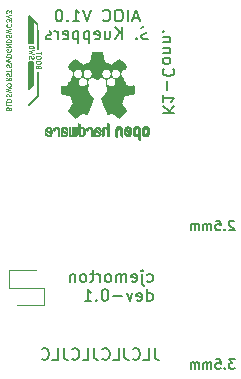
<source format=gbr>
%TF.GenerationSoftware,KiCad,Pcbnew,9.0.4*%
%TF.CreationDate,2025-09-03T15:39:21-07:00*%
%TF.ProjectId,k1-aioc-dev-0.1,6b312d61-696f-4632-9d64-65762d302e31,rev?*%
%TF.SameCoordinates,Original*%
%TF.FileFunction,Legend,Bot*%
%TF.FilePolarity,Positive*%
%FSLAX46Y46*%
G04 Gerber Fmt 4.6, Leading zero omitted, Abs format (unit mm)*
G04 Created by KiCad (PCBNEW 9.0.4) date 2025-09-03 15:39:21*
%MOMM*%
%LPD*%
G01*
G04 APERTURE LIST*
%ADD10C,0.150000*%
%ADD11C,0.100000*%
%ADD12C,0.200000*%
%ADD13C,0.120000*%
%ADD14C,0.010000*%
G04 APERTURE END LIST*
D10*
X105900000Y-85150000D02*
X105900000Y-87250000D01*
X105750000Y-87400000D02*
X105750000Y-85150000D01*
X105750000Y-85150000D02*
X106050000Y-85150000D01*
X105750000Y-88750000D02*
X106500000Y-88000000D01*
X105750000Y-81250000D02*
X106500000Y-82000000D01*
X105750000Y-83500000D02*
X105750000Y-81250000D01*
X106500000Y-82000000D02*
X106500000Y-84000000D01*
X105750000Y-83500000D02*
X106050000Y-83500000D01*
X106500000Y-88000000D02*
X106500000Y-86000000D01*
X106050000Y-87100000D02*
X106050000Y-85150000D01*
X105750000Y-87400000D02*
X106050000Y-87100000D01*
X105900000Y-81400000D02*
X105900000Y-83500000D01*
X106050000Y-83500000D02*
X106050000Y-81550000D01*
D11*
X103820152Y-86469047D02*
X104010628Y-86602380D01*
X103820152Y-86697618D02*
X104220152Y-86697618D01*
X104220152Y-86697618D02*
X104220152Y-86545237D01*
X104220152Y-86545237D02*
X104201104Y-86507142D01*
X104201104Y-86507142D02*
X104182057Y-86488095D01*
X104182057Y-86488095D02*
X104143961Y-86469047D01*
X104143961Y-86469047D02*
X104086819Y-86469047D01*
X104086819Y-86469047D02*
X104048723Y-86488095D01*
X104048723Y-86488095D02*
X104029676Y-86507142D01*
X104029676Y-86507142D02*
X104010628Y-86545237D01*
X104010628Y-86545237D02*
X104010628Y-86697618D01*
X103839200Y-86316666D02*
X103820152Y-86259523D01*
X103820152Y-86259523D02*
X103820152Y-86164285D01*
X103820152Y-86164285D02*
X103839200Y-86126190D01*
X103839200Y-86126190D02*
X103858247Y-86107142D01*
X103858247Y-86107142D02*
X103896342Y-86088095D01*
X103896342Y-86088095D02*
X103934438Y-86088095D01*
X103934438Y-86088095D02*
X103972533Y-86107142D01*
X103972533Y-86107142D02*
X103991580Y-86126190D01*
X103991580Y-86126190D02*
X104010628Y-86164285D01*
X104010628Y-86164285D02*
X104029676Y-86240476D01*
X104029676Y-86240476D02*
X104048723Y-86278571D01*
X104048723Y-86278571D02*
X104067771Y-86297618D01*
X104067771Y-86297618D02*
X104105866Y-86316666D01*
X104105866Y-86316666D02*
X104143961Y-86316666D01*
X104143961Y-86316666D02*
X104182057Y-86297618D01*
X104182057Y-86297618D02*
X104201104Y-86278571D01*
X104201104Y-86278571D02*
X104220152Y-86240476D01*
X104220152Y-86240476D02*
X104220152Y-86145237D01*
X104220152Y-86145237D02*
X104201104Y-86088095D01*
X104220152Y-85973809D02*
X104220152Y-85745238D01*
X103820152Y-85859524D02*
X104220152Y-85859524D01*
X103839200Y-85542856D02*
X103820152Y-85485713D01*
X103820152Y-85485713D02*
X103820152Y-85390475D01*
X103820152Y-85390475D02*
X103839200Y-85352380D01*
X103839200Y-85352380D02*
X103858247Y-85333332D01*
X103858247Y-85333332D02*
X103896342Y-85314285D01*
X103896342Y-85314285D02*
X103934438Y-85314285D01*
X103934438Y-85314285D02*
X103972533Y-85333332D01*
X103972533Y-85333332D02*
X103991580Y-85352380D01*
X103991580Y-85352380D02*
X104010628Y-85390475D01*
X104010628Y-85390475D02*
X104029676Y-85466666D01*
X104029676Y-85466666D02*
X104048723Y-85504761D01*
X104048723Y-85504761D02*
X104067771Y-85523808D01*
X104067771Y-85523808D02*
X104105866Y-85542856D01*
X104105866Y-85542856D02*
X104143961Y-85542856D01*
X104143961Y-85542856D02*
X104182057Y-85523808D01*
X104182057Y-85523808D02*
X104201104Y-85504761D01*
X104201104Y-85504761D02*
X104220152Y-85466666D01*
X104220152Y-85466666D02*
X104220152Y-85371427D01*
X104220152Y-85371427D02*
X104201104Y-85314285D01*
X104220152Y-85180952D02*
X103820152Y-85085714D01*
X103820152Y-85085714D02*
X104105866Y-85009523D01*
X104105866Y-85009523D02*
X103820152Y-84933333D01*
X103820152Y-84933333D02*
X104220152Y-84838095D01*
X103820152Y-84685713D02*
X104220152Y-84685713D01*
X104220152Y-84685713D02*
X104220152Y-84590475D01*
X104220152Y-84590475D02*
X104201104Y-84533332D01*
X104201104Y-84533332D02*
X104163009Y-84495237D01*
X104163009Y-84495237D02*
X104124914Y-84476190D01*
X104124914Y-84476190D02*
X104048723Y-84457142D01*
X104048723Y-84457142D02*
X103991580Y-84457142D01*
X103991580Y-84457142D02*
X103915390Y-84476190D01*
X103915390Y-84476190D02*
X103877295Y-84495237D01*
X103877295Y-84495237D02*
X103839200Y-84533332D01*
X103839200Y-84533332D02*
X103820152Y-84590475D01*
X103820152Y-84590475D02*
X103820152Y-84685713D01*
X103839200Y-88052380D02*
X103820152Y-87995237D01*
X103820152Y-87995237D02*
X103820152Y-87899999D01*
X103820152Y-87899999D02*
X103839200Y-87861904D01*
X103839200Y-87861904D02*
X103858247Y-87842856D01*
X103858247Y-87842856D02*
X103896342Y-87823809D01*
X103896342Y-87823809D02*
X103934438Y-87823809D01*
X103934438Y-87823809D02*
X103972533Y-87842856D01*
X103972533Y-87842856D02*
X103991580Y-87861904D01*
X103991580Y-87861904D02*
X104010628Y-87899999D01*
X104010628Y-87899999D02*
X104029676Y-87976190D01*
X104029676Y-87976190D02*
X104048723Y-88014285D01*
X104048723Y-88014285D02*
X104067771Y-88033332D01*
X104067771Y-88033332D02*
X104105866Y-88052380D01*
X104105866Y-88052380D02*
X104143961Y-88052380D01*
X104143961Y-88052380D02*
X104182057Y-88033332D01*
X104182057Y-88033332D02*
X104201104Y-88014285D01*
X104201104Y-88014285D02*
X104220152Y-87976190D01*
X104220152Y-87976190D02*
X104220152Y-87880951D01*
X104220152Y-87880951D02*
X104201104Y-87823809D01*
X104220152Y-87690476D02*
X103820152Y-87595238D01*
X103820152Y-87595238D02*
X104105866Y-87519047D01*
X104105866Y-87519047D02*
X103820152Y-87442857D01*
X103820152Y-87442857D02*
X104220152Y-87347619D01*
X104220152Y-87119047D02*
X104220152Y-87042856D01*
X104220152Y-87042856D02*
X104201104Y-87004761D01*
X104201104Y-87004761D02*
X104163009Y-86966666D01*
X104163009Y-86966666D02*
X104086819Y-86947618D01*
X104086819Y-86947618D02*
X103953485Y-86947618D01*
X103953485Y-86947618D02*
X103877295Y-86966666D01*
X103877295Y-86966666D02*
X103839200Y-87004761D01*
X103839200Y-87004761D02*
X103820152Y-87042856D01*
X103820152Y-87042856D02*
X103820152Y-87119047D01*
X103820152Y-87119047D02*
X103839200Y-87157142D01*
X103839200Y-87157142D02*
X103877295Y-87195237D01*
X103877295Y-87195237D02*
X103953485Y-87214285D01*
X103953485Y-87214285D02*
X104086819Y-87214285D01*
X104086819Y-87214285D02*
X104163009Y-87195237D01*
X104163009Y-87195237D02*
X104201104Y-87157142D01*
X104201104Y-87157142D02*
X104220152Y-87119047D01*
X104201104Y-84054762D02*
X104220152Y-84092857D01*
X104220152Y-84092857D02*
X104220152Y-84150000D01*
X104220152Y-84150000D02*
X104201104Y-84207143D01*
X104201104Y-84207143D02*
X104163009Y-84245238D01*
X104163009Y-84245238D02*
X104124914Y-84264285D01*
X104124914Y-84264285D02*
X104048723Y-84283333D01*
X104048723Y-84283333D02*
X103991580Y-84283333D01*
X103991580Y-84283333D02*
X103915390Y-84264285D01*
X103915390Y-84264285D02*
X103877295Y-84245238D01*
X103877295Y-84245238D02*
X103839200Y-84207143D01*
X103839200Y-84207143D02*
X103820152Y-84150000D01*
X103820152Y-84150000D02*
X103820152Y-84111904D01*
X103820152Y-84111904D02*
X103839200Y-84054762D01*
X103839200Y-84054762D02*
X103858247Y-84035714D01*
X103858247Y-84035714D02*
X103991580Y-84035714D01*
X103991580Y-84035714D02*
X103991580Y-84111904D01*
X103820152Y-83864285D02*
X104220152Y-83864285D01*
X104220152Y-83864285D02*
X103820152Y-83635714D01*
X103820152Y-83635714D02*
X104220152Y-83635714D01*
X103820152Y-83445237D02*
X104220152Y-83445237D01*
X104220152Y-83445237D02*
X104220152Y-83349999D01*
X104220152Y-83349999D02*
X104201104Y-83292856D01*
X104201104Y-83292856D02*
X104163009Y-83254761D01*
X104163009Y-83254761D02*
X104124914Y-83235714D01*
X104124914Y-83235714D02*
X104048723Y-83216666D01*
X104048723Y-83216666D02*
X103991580Y-83216666D01*
X103991580Y-83216666D02*
X103915390Y-83235714D01*
X103915390Y-83235714D02*
X103877295Y-83254761D01*
X103877295Y-83254761D02*
X103839200Y-83292856D01*
X103839200Y-83292856D02*
X103820152Y-83349999D01*
X103820152Y-83349999D02*
X103820152Y-83445237D01*
D10*
X116377506Y-109369819D02*
X116377506Y-110084104D01*
X116377506Y-110084104D02*
X116425125Y-110226961D01*
X116425125Y-110226961D02*
X116520363Y-110322200D01*
X116520363Y-110322200D02*
X116663220Y-110369819D01*
X116663220Y-110369819D02*
X116758458Y-110369819D01*
X115425125Y-110369819D02*
X115901315Y-110369819D01*
X115901315Y-110369819D02*
X115901315Y-109369819D01*
X114520363Y-110274580D02*
X114567982Y-110322200D01*
X114567982Y-110322200D02*
X114710839Y-110369819D01*
X114710839Y-110369819D02*
X114806077Y-110369819D01*
X114806077Y-110369819D02*
X114948934Y-110322200D01*
X114948934Y-110322200D02*
X115044172Y-110226961D01*
X115044172Y-110226961D02*
X115091791Y-110131723D01*
X115091791Y-110131723D02*
X115139410Y-109941247D01*
X115139410Y-109941247D02*
X115139410Y-109798390D01*
X115139410Y-109798390D02*
X115091791Y-109607914D01*
X115091791Y-109607914D02*
X115044172Y-109512676D01*
X115044172Y-109512676D02*
X114948934Y-109417438D01*
X114948934Y-109417438D02*
X114806077Y-109369819D01*
X114806077Y-109369819D02*
X114710839Y-109369819D01*
X114710839Y-109369819D02*
X114567982Y-109417438D01*
X114567982Y-109417438D02*
X114520363Y-109465057D01*
X113806077Y-109369819D02*
X113806077Y-110084104D01*
X113806077Y-110084104D02*
X113853696Y-110226961D01*
X113853696Y-110226961D02*
X113948934Y-110322200D01*
X113948934Y-110322200D02*
X114091791Y-110369819D01*
X114091791Y-110369819D02*
X114187029Y-110369819D01*
X112853696Y-110369819D02*
X113329886Y-110369819D01*
X113329886Y-110369819D02*
X113329886Y-109369819D01*
X111948934Y-110274580D02*
X111996553Y-110322200D01*
X111996553Y-110322200D02*
X112139410Y-110369819D01*
X112139410Y-110369819D02*
X112234648Y-110369819D01*
X112234648Y-110369819D02*
X112377505Y-110322200D01*
X112377505Y-110322200D02*
X112472743Y-110226961D01*
X112472743Y-110226961D02*
X112520362Y-110131723D01*
X112520362Y-110131723D02*
X112567981Y-109941247D01*
X112567981Y-109941247D02*
X112567981Y-109798390D01*
X112567981Y-109798390D02*
X112520362Y-109607914D01*
X112520362Y-109607914D02*
X112472743Y-109512676D01*
X112472743Y-109512676D02*
X112377505Y-109417438D01*
X112377505Y-109417438D02*
X112234648Y-109369819D01*
X112234648Y-109369819D02*
X112139410Y-109369819D01*
X112139410Y-109369819D02*
X111996553Y-109417438D01*
X111996553Y-109417438D02*
X111948934Y-109465057D01*
X111234648Y-109369819D02*
X111234648Y-110084104D01*
X111234648Y-110084104D02*
X111282267Y-110226961D01*
X111282267Y-110226961D02*
X111377505Y-110322200D01*
X111377505Y-110322200D02*
X111520362Y-110369819D01*
X111520362Y-110369819D02*
X111615600Y-110369819D01*
X110282267Y-110369819D02*
X110758457Y-110369819D01*
X110758457Y-110369819D02*
X110758457Y-109369819D01*
X109377505Y-110274580D02*
X109425124Y-110322200D01*
X109425124Y-110322200D02*
X109567981Y-110369819D01*
X109567981Y-110369819D02*
X109663219Y-110369819D01*
X109663219Y-110369819D02*
X109806076Y-110322200D01*
X109806076Y-110322200D02*
X109901314Y-110226961D01*
X109901314Y-110226961D02*
X109948933Y-110131723D01*
X109948933Y-110131723D02*
X109996552Y-109941247D01*
X109996552Y-109941247D02*
X109996552Y-109798390D01*
X109996552Y-109798390D02*
X109948933Y-109607914D01*
X109948933Y-109607914D02*
X109901314Y-109512676D01*
X109901314Y-109512676D02*
X109806076Y-109417438D01*
X109806076Y-109417438D02*
X109663219Y-109369819D01*
X109663219Y-109369819D02*
X109567981Y-109369819D01*
X109567981Y-109369819D02*
X109425124Y-109417438D01*
X109425124Y-109417438D02*
X109377505Y-109465057D01*
X108663219Y-109369819D02*
X108663219Y-110084104D01*
X108663219Y-110084104D02*
X108710838Y-110226961D01*
X108710838Y-110226961D02*
X108806076Y-110322200D01*
X108806076Y-110322200D02*
X108948933Y-110369819D01*
X108948933Y-110369819D02*
X109044171Y-110369819D01*
X107710838Y-110369819D02*
X108187028Y-110369819D01*
X108187028Y-110369819D02*
X108187028Y-109369819D01*
X106806076Y-110274580D02*
X106853695Y-110322200D01*
X106853695Y-110322200D02*
X106996552Y-110369819D01*
X106996552Y-110369819D02*
X107091790Y-110369819D01*
X107091790Y-110369819D02*
X107234647Y-110322200D01*
X107234647Y-110322200D02*
X107329885Y-110226961D01*
X107329885Y-110226961D02*
X107377504Y-110131723D01*
X107377504Y-110131723D02*
X107425123Y-109941247D01*
X107425123Y-109941247D02*
X107425123Y-109798390D01*
X107425123Y-109798390D02*
X107377504Y-109607914D01*
X107377504Y-109607914D02*
X107329885Y-109512676D01*
X107329885Y-109512676D02*
X107234647Y-109417438D01*
X107234647Y-109417438D02*
X107091790Y-109369819D01*
X107091790Y-109369819D02*
X106996552Y-109369819D01*
X106996552Y-109369819D02*
X106853695Y-109417438D01*
X106853695Y-109417438D02*
X106806076Y-109465057D01*
D11*
X104029676Y-89083333D02*
X104010628Y-89026190D01*
X104010628Y-89026190D02*
X103991580Y-89007143D01*
X103991580Y-89007143D02*
X103953485Y-88988095D01*
X103953485Y-88988095D02*
X103896342Y-88988095D01*
X103896342Y-88988095D02*
X103858247Y-89007143D01*
X103858247Y-89007143D02*
X103839200Y-89026190D01*
X103839200Y-89026190D02*
X103820152Y-89064285D01*
X103820152Y-89064285D02*
X103820152Y-89216666D01*
X103820152Y-89216666D02*
X104220152Y-89216666D01*
X104220152Y-89216666D02*
X104220152Y-89083333D01*
X104220152Y-89083333D02*
X104201104Y-89045238D01*
X104201104Y-89045238D02*
X104182057Y-89026190D01*
X104182057Y-89026190D02*
X104143961Y-89007143D01*
X104143961Y-89007143D02*
X104105866Y-89007143D01*
X104105866Y-89007143D02*
X104067771Y-89026190D01*
X104067771Y-89026190D02*
X104048723Y-89045238D01*
X104048723Y-89045238D02*
X104029676Y-89083333D01*
X104029676Y-89083333D02*
X104029676Y-89216666D01*
X103820152Y-88626190D02*
X103820152Y-88816666D01*
X103820152Y-88816666D02*
X104220152Y-88816666D01*
X103820152Y-88492856D02*
X104220152Y-88492856D01*
X104220152Y-88492856D02*
X104220152Y-88397618D01*
X104220152Y-88397618D02*
X104201104Y-88340475D01*
X104201104Y-88340475D02*
X104163009Y-88302380D01*
X104163009Y-88302380D02*
X104124914Y-88283333D01*
X104124914Y-88283333D02*
X104048723Y-88264285D01*
X104048723Y-88264285D02*
X103991580Y-88264285D01*
X103991580Y-88264285D02*
X103915390Y-88283333D01*
X103915390Y-88283333D02*
X103877295Y-88302380D01*
X103877295Y-88302380D02*
X103839200Y-88340475D01*
X103839200Y-88340475D02*
X103820152Y-88397618D01*
X103820152Y-88397618D02*
X103820152Y-88492856D01*
X104220152Y-81745237D02*
X104220152Y-81497618D01*
X104220152Y-81497618D02*
X104067771Y-81630951D01*
X104067771Y-81630951D02*
X104067771Y-81573808D01*
X104067771Y-81573808D02*
X104048723Y-81535713D01*
X104048723Y-81535713D02*
X104029676Y-81516665D01*
X104029676Y-81516665D02*
X103991580Y-81497618D01*
X103991580Y-81497618D02*
X103896342Y-81497618D01*
X103896342Y-81497618D02*
X103858247Y-81516665D01*
X103858247Y-81516665D02*
X103839200Y-81535713D01*
X103839200Y-81535713D02*
X103820152Y-81573808D01*
X103820152Y-81573808D02*
X103820152Y-81688094D01*
X103820152Y-81688094D02*
X103839200Y-81726189D01*
X103839200Y-81726189D02*
X103858247Y-81745237D01*
X104220152Y-81383332D02*
X103820152Y-81249999D01*
X103820152Y-81249999D02*
X104220152Y-81116666D01*
X104220152Y-81021428D02*
X104220152Y-80773809D01*
X104220152Y-80773809D02*
X104067771Y-80907142D01*
X104067771Y-80907142D02*
X104067771Y-80849999D01*
X104067771Y-80849999D02*
X104048723Y-80811904D01*
X104048723Y-80811904D02*
X104029676Y-80792856D01*
X104029676Y-80792856D02*
X103991580Y-80773809D01*
X103991580Y-80773809D02*
X103896342Y-80773809D01*
X103896342Y-80773809D02*
X103858247Y-80792856D01*
X103858247Y-80792856D02*
X103839200Y-80811904D01*
X103839200Y-80811904D02*
X103820152Y-80849999D01*
X103820152Y-80849999D02*
X103820152Y-80964285D01*
X103820152Y-80964285D02*
X103839200Y-81002380D01*
X103839200Y-81002380D02*
X103858247Y-81021428D01*
D12*
X114999999Y-81416504D02*
X114523809Y-81416504D01*
X115095237Y-81702219D02*
X114761904Y-80702219D01*
X114761904Y-80702219D02*
X114428571Y-81702219D01*
X114095237Y-81702219D02*
X114095237Y-80702219D01*
X113428571Y-80702219D02*
X113238095Y-80702219D01*
X113238095Y-80702219D02*
X113142857Y-80749838D01*
X113142857Y-80749838D02*
X113047619Y-80845076D01*
X113047619Y-80845076D02*
X113000000Y-81035552D01*
X113000000Y-81035552D02*
X113000000Y-81368885D01*
X113000000Y-81368885D02*
X113047619Y-81559361D01*
X113047619Y-81559361D02*
X113142857Y-81654600D01*
X113142857Y-81654600D02*
X113238095Y-81702219D01*
X113238095Y-81702219D02*
X113428571Y-81702219D01*
X113428571Y-81702219D02*
X113523809Y-81654600D01*
X113523809Y-81654600D02*
X113619047Y-81559361D01*
X113619047Y-81559361D02*
X113666666Y-81368885D01*
X113666666Y-81368885D02*
X113666666Y-81035552D01*
X113666666Y-81035552D02*
X113619047Y-80845076D01*
X113619047Y-80845076D02*
X113523809Y-80749838D01*
X113523809Y-80749838D02*
X113428571Y-80702219D01*
X112000000Y-81606980D02*
X112047619Y-81654600D01*
X112047619Y-81654600D02*
X112190476Y-81702219D01*
X112190476Y-81702219D02*
X112285714Y-81702219D01*
X112285714Y-81702219D02*
X112428571Y-81654600D01*
X112428571Y-81654600D02*
X112523809Y-81559361D01*
X112523809Y-81559361D02*
X112571428Y-81464123D01*
X112571428Y-81464123D02*
X112619047Y-81273647D01*
X112619047Y-81273647D02*
X112619047Y-81130790D01*
X112619047Y-81130790D02*
X112571428Y-80940314D01*
X112571428Y-80940314D02*
X112523809Y-80845076D01*
X112523809Y-80845076D02*
X112428571Y-80749838D01*
X112428571Y-80749838D02*
X112285714Y-80702219D01*
X112285714Y-80702219D02*
X112190476Y-80702219D01*
X112190476Y-80702219D02*
X112047619Y-80749838D01*
X112047619Y-80749838D02*
X112000000Y-80797457D01*
X110952380Y-80702219D02*
X110619047Y-81702219D01*
X110619047Y-81702219D02*
X110285714Y-80702219D01*
X109428571Y-81702219D02*
X109999999Y-81702219D01*
X109714285Y-81702219D02*
X109714285Y-80702219D01*
X109714285Y-80702219D02*
X109809523Y-80845076D01*
X109809523Y-80845076D02*
X109904761Y-80940314D01*
X109904761Y-80940314D02*
X109999999Y-80987933D01*
X108999999Y-81606980D02*
X108952380Y-81654600D01*
X108952380Y-81654600D02*
X108999999Y-81702219D01*
X108999999Y-81702219D02*
X109047618Y-81654600D01*
X109047618Y-81654600D02*
X108999999Y-81606980D01*
X108999999Y-81606980D02*
X108999999Y-81702219D01*
X108333333Y-80702219D02*
X108238095Y-80702219D01*
X108238095Y-80702219D02*
X108142857Y-80749838D01*
X108142857Y-80749838D02*
X108095238Y-80797457D01*
X108095238Y-80797457D02*
X108047619Y-80892695D01*
X108047619Y-80892695D02*
X108000000Y-81083171D01*
X108000000Y-81083171D02*
X108000000Y-81321266D01*
X108000000Y-81321266D02*
X108047619Y-81511742D01*
X108047619Y-81511742D02*
X108095238Y-81606980D01*
X108095238Y-81606980D02*
X108142857Y-81654600D01*
X108142857Y-81654600D02*
X108238095Y-81702219D01*
X108238095Y-81702219D02*
X108333333Y-81702219D01*
X108333333Y-81702219D02*
X108428571Y-81654600D01*
X108428571Y-81654600D02*
X108476190Y-81606980D01*
X108476190Y-81606980D02*
X108523809Y-81511742D01*
X108523809Y-81511742D02*
X108571428Y-81321266D01*
X108571428Y-81321266D02*
X108571428Y-81083171D01*
X108571428Y-81083171D02*
X108523809Y-80892695D01*
X108523809Y-80892695D02*
X108476190Y-80797457D01*
X108476190Y-80797457D02*
X108428571Y-80749838D01*
X108428571Y-80749838D02*
X108333333Y-80702219D01*
X123154762Y-110309695D02*
X122659524Y-110309695D01*
X122659524Y-110309695D02*
X122926190Y-110614457D01*
X122926190Y-110614457D02*
X122811905Y-110614457D01*
X122811905Y-110614457D02*
X122735714Y-110652552D01*
X122735714Y-110652552D02*
X122697619Y-110690647D01*
X122697619Y-110690647D02*
X122659524Y-110766838D01*
X122659524Y-110766838D02*
X122659524Y-110957314D01*
X122659524Y-110957314D02*
X122697619Y-111033504D01*
X122697619Y-111033504D02*
X122735714Y-111071600D01*
X122735714Y-111071600D02*
X122811905Y-111109695D01*
X122811905Y-111109695D02*
X123040476Y-111109695D01*
X123040476Y-111109695D02*
X123116667Y-111071600D01*
X123116667Y-111071600D02*
X123154762Y-111033504D01*
X122316666Y-111033504D02*
X122278571Y-111071600D01*
X122278571Y-111071600D02*
X122316666Y-111109695D01*
X122316666Y-111109695D02*
X122354762Y-111071600D01*
X122354762Y-111071600D02*
X122316666Y-111033504D01*
X122316666Y-111033504D02*
X122316666Y-111109695D01*
X121554762Y-110309695D02*
X121935714Y-110309695D01*
X121935714Y-110309695D02*
X121973810Y-110690647D01*
X121973810Y-110690647D02*
X121935714Y-110652552D01*
X121935714Y-110652552D02*
X121859524Y-110614457D01*
X121859524Y-110614457D02*
X121669048Y-110614457D01*
X121669048Y-110614457D02*
X121592857Y-110652552D01*
X121592857Y-110652552D02*
X121554762Y-110690647D01*
X121554762Y-110690647D02*
X121516667Y-110766838D01*
X121516667Y-110766838D02*
X121516667Y-110957314D01*
X121516667Y-110957314D02*
X121554762Y-111033504D01*
X121554762Y-111033504D02*
X121592857Y-111071600D01*
X121592857Y-111071600D02*
X121669048Y-111109695D01*
X121669048Y-111109695D02*
X121859524Y-111109695D01*
X121859524Y-111109695D02*
X121935714Y-111071600D01*
X121935714Y-111071600D02*
X121973810Y-111033504D01*
X121173809Y-111109695D02*
X121173809Y-110576361D01*
X121173809Y-110652552D02*
X121135714Y-110614457D01*
X121135714Y-110614457D02*
X121059524Y-110576361D01*
X121059524Y-110576361D02*
X120945238Y-110576361D01*
X120945238Y-110576361D02*
X120869047Y-110614457D01*
X120869047Y-110614457D02*
X120830952Y-110690647D01*
X120830952Y-110690647D02*
X120830952Y-111109695D01*
X120830952Y-110690647D02*
X120792857Y-110614457D01*
X120792857Y-110614457D02*
X120716666Y-110576361D01*
X120716666Y-110576361D02*
X120602381Y-110576361D01*
X120602381Y-110576361D02*
X120526190Y-110614457D01*
X120526190Y-110614457D02*
X120488095Y-110690647D01*
X120488095Y-110690647D02*
X120488095Y-111109695D01*
X120107142Y-111109695D02*
X120107142Y-110576361D01*
X120107142Y-110652552D02*
X120069047Y-110614457D01*
X120069047Y-110614457D02*
X119992857Y-110576361D01*
X119992857Y-110576361D02*
X119878571Y-110576361D01*
X119878571Y-110576361D02*
X119802380Y-110614457D01*
X119802380Y-110614457D02*
X119764285Y-110690647D01*
X119764285Y-110690647D02*
X119764285Y-111109695D01*
X119764285Y-110690647D02*
X119726190Y-110614457D01*
X119726190Y-110614457D02*
X119649999Y-110576361D01*
X119649999Y-110576361D02*
X119535714Y-110576361D01*
X119535714Y-110576361D02*
X119459523Y-110614457D01*
X119459523Y-110614457D02*
X119421428Y-110690647D01*
X119421428Y-110690647D02*
X119421428Y-111109695D01*
D11*
X105739200Y-84842856D02*
X105720152Y-84785713D01*
X105720152Y-84785713D02*
X105720152Y-84690475D01*
X105720152Y-84690475D02*
X105739200Y-84652380D01*
X105739200Y-84652380D02*
X105758247Y-84633332D01*
X105758247Y-84633332D02*
X105796342Y-84614285D01*
X105796342Y-84614285D02*
X105834438Y-84614285D01*
X105834438Y-84614285D02*
X105872533Y-84633332D01*
X105872533Y-84633332D02*
X105891580Y-84652380D01*
X105891580Y-84652380D02*
X105910628Y-84690475D01*
X105910628Y-84690475D02*
X105929676Y-84766666D01*
X105929676Y-84766666D02*
X105948723Y-84804761D01*
X105948723Y-84804761D02*
X105967771Y-84823808D01*
X105967771Y-84823808D02*
X106005866Y-84842856D01*
X106005866Y-84842856D02*
X106043961Y-84842856D01*
X106043961Y-84842856D02*
X106082057Y-84823808D01*
X106082057Y-84823808D02*
X106101104Y-84804761D01*
X106101104Y-84804761D02*
X106120152Y-84766666D01*
X106120152Y-84766666D02*
X106120152Y-84671427D01*
X106120152Y-84671427D02*
X106101104Y-84614285D01*
X106120152Y-84480952D02*
X105720152Y-84385714D01*
X105720152Y-84385714D02*
X106005866Y-84309523D01*
X106005866Y-84309523D02*
X105720152Y-84233333D01*
X105720152Y-84233333D02*
X106120152Y-84138095D01*
X105720152Y-83985713D02*
X106120152Y-83985713D01*
X106120152Y-83985713D02*
X106120152Y-83890475D01*
X106120152Y-83890475D02*
X106101104Y-83833332D01*
X106101104Y-83833332D02*
X106063009Y-83795237D01*
X106063009Y-83795237D02*
X106024914Y-83776190D01*
X106024914Y-83776190D02*
X105948723Y-83757142D01*
X105948723Y-83757142D02*
X105891580Y-83757142D01*
X105891580Y-83757142D02*
X105815390Y-83776190D01*
X105815390Y-83776190D02*
X105777295Y-83795237D01*
X105777295Y-83795237D02*
X105739200Y-83833332D01*
X105739200Y-83833332D02*
X105720152Y-83890475D01*
X105720152Y-83890475D02*
X105720152Y-83985713D01*
D12*
X115833333Y-83154600D02*
X115690476Y-83202219D01*
X115690476Y-83202219D02*
X115452381Y-83202219D01*
X115452381Y-83202219D02*
X115357143Y-83154600D01*
X115357143Y-83154600D02*
X115309524Y-83106980D01*
X115309524Y-83106980D02*
X115261905Y-83011742D01*
X115261905Y-83011742D02*
X115261905Y-82916504D01*
X115261905Y-82916504D02*
X115309524Y-82821266D01*
X115309524Y-82821266D02*
X115357143Y-82773647D01*
X115357143Y-82773647D02*
X115452381Y-82726028D01*
X115452381Y-82726028D02*
X115642857Y-82678409D01*
X115642857Y-82678409D02*
X115738095Y-82630790D01*
X115738095Y-82630790D02*
X115785714Y-82583171D01*
X115785714Y-82583171D02*
X115833333Y-82487933D01*
X115833333Y-82487933D02*
X115833333Y-82392695D01*
X115833333Y-82392695D02*
X115785714Y-82297457D01*
X115785714Y-82297457D02*
X115738095Y-82249838D01*
X115738095Y-82249838D02*
X115642857Y-82202219D01*
X115642857Y-82202219D02*
X115404762Y-82202219D01*
X115404762Y-82202219D02*
X115261905Y-82249838D01*
X114833333Y-83106980D02*
X114785714Y-83154600D01*
X114785714Y-83154600D02*
X114833333Y-83202219D01*
X114833333Y-83202219D02*
X114880952Y-83154600D01*
X114880952Y-83154600D02*
X114833333Y-83106980D01*
X114833333Y-83106980D02*
X114833333Y-83202219D01*
X113595238Y-83202219D02*
X113595238Y-82202219D01*
X113023810Y-83202219D02*
X113452381Y-82630790D01*
X113023810Y-82202219D02*
X113595238Y-82773647D01*
X112166667Y-82535552D02*
X112166667Y-83202219D01*
X112595238Y-82535552D02*
X112595238Y-83059361D01*
X112595238Y-83059361D02*
X112547619Y-83154600D01*
X112547619Y-83154600D02*
X112452381Y-83202219D01*
X112452381Y-83202219D02*
X112309524Y-83202219D01*
X112309524Y-83202219D02*
X112214286Y-83154600D01*
X112214286Y-83154600D02*
X112166667Y-83106980D01*
X111309524Y-83154600D02*
X111404762Y-83202219D01*
X111404762Y-83202219D02*
X111595238Y-83202219D01*
X111595238Y-83202219D02*
X111690476Y-83154600D01*
X111690476Y-83154600D02*
X111738095Y-83059361D01*
X111738095Y-83059361D02*
X111738095Y-82678409D01*
X111738095Y-82678409D02*
X111690476Y-82583171D01*
X111690476Y-82583171D02*
X111595238Y-82535552D01*
X111595238Y-82535552D02*
X111404762Y-82535552D01*
X111404762Y-82535552D02*
X111309524Y-82583171D01*
X111309524Y-82583171D02*
X111261905Y-82678409D01*
X111261905Y-82678409D02*
X111261905Y-82773647D01*
X111261905Y-82773647D02*
X111738095Y-82868885D01*
X110833333Y-82535552D02*
X110833333Y-83535552D01*
X110833333Y-82583171D02*
X110738095Y-82535552D01*
X110738095Y-82535552D02*
X110547619Y-82535552D01*
X110547619Y-82535552D02*
X110452381Y-82583171D01*
X110452381Y-82583171D02*
X110404762Y-82630790D01*
X110404762Y-82630790D02*
X110357143Y-82726028D01*
X110357143Y-82726028D02*
X110357143Y-83011742D01*
X110357143Y-83011742D02*
X110404762Y-83106980D01*
X110404762Y-83106980D02*
X110452381Y-83154600D01*
X110452381Y-83154600D02*
X110547619Y-83202219D01*
X110547619Y-83202219D02*
X110738095Y-83202219D01*
X110738095Y-83202219D02*
X110833333Y-83154600D01*
X109928571Y-82535552D02*
X109928571Y-83535552D01*
X109928571Y-82583171D02*
X109833333Y-82535552D01*
X109833333Y-82535552D02*
X109642857Y-82535552D01*
X109642857Y-82535552D02*
X109547619Y-82583171D01*
X109547619Y-82583171D02*
X109500000Y-82630790D01*
X109500000Y-82630790D02*
X109452381Y-82726028D01*
X109452381Y-82726028D02*
X109452381Y-83011742D01*
X109452381Y-83011742D02*
X109500000Y-83106980D01*
X109500000Y-83106980D02*
X109547619Y-83154600D01*
X109547619Y-83154600D02*
X109642857Y-83202219D01*
X109642857Y-83202219D02*
X109833333Y-83202219D01*
X109833333Y-83202219D02*
X109928571Y-83154600D01*
X108642857Y-83154600D02*
X108738095Y-83202219D01*
X108738095Y-83202219D02*
X108928571Y-83202219D01*
X108928571Y-83202219D02*
X109023809Y-83154600D01*
X109023809Y-83154600D02*
X109071428Y-83059361D01*
X109071428Y-83059361D02*
X109071428Y-82678409D01*
X109071428Y-82678409D02*
X109023809Y-82583171D01*
X109023809Y-82583171D02*
X108928571Y-82535552D01*
X108928571Y-82535552D02*
X108738095Y-82535552D01*
X108738095Y-82535552D02*
X108642857Y-82583171D01*
X108642857Y-82583171D02*
X108595238Y-82678409D01*
X108595238Y-82678409D02*
X108595238Y-82773647D01*
X108595238Y-82773647D02*
X109071428Y-82868885D01*
X108166666Y-83202219D02*
X108166666Y-82535552D01*
X108166666Y-82726028D02*
X108119047Y-82630790D01*
X108119047Y-82630790D02*
X108071428Y-82583171D01*
X108071428Y-82583171D02*
X107976190Y-82535552D01*
X107976190Y-82535552D02*
X107880952Y-82535552D01*
X107595237Y-83154600D02*
X107499999Y-83202219D01*
X107499999Y-83202219D02*
X107309523Y-83202219D01*
X107309523Y-83202219D02*
X107214285Y-83154600D01*
X107214285Y-83154600D02*
X107166666Y-83059361D01*
X107166666Y-83059361D02*
X107166666Y-83011742D01*
X107166666Y-83011742D02*
X107214285Y-82916504D01*
X107214285Y-82916504D02*
X107309523Y-82868885D01*
X107309523Y-82868885D02*
X107452380Y-82868885D01*
X107452380Y-82868885D02*
X107547618Y-82821266D01*
X107547618Y-82821266D02*
X107595237Y-82726028D01*
X107595237Y-82726028D02*
X107595237Y-82678409D01*
X107595237Y-82678409D02*
X107547618Y-82583171D01*
X107547618Y-82583171D02*
X107452380Y-82535552D01*
X107452380Y-82535552D02*
X107309523Y-82535552D01*
X107309523Y-82535552D02*
X107214285Y-82583171D01*
X117047780Y-89452380D02*
X118047780Y-89452380D01*
X117047780Y-88880952D02*
X117619209Y-89309523D01*
X118047780Y-88880952D02*
X117476352Y-89452380D01*
X117047780Y-87928571D02*
X117047780Y-88499999D01*
X117047780Y-88214285D02*
X118047780Y-88214285D01*
X118047780Y-88214285D02*
X117904923Y-88309523D01*
X117904923Y-88309523D02*
X117809685Y-88404761D01*
X117809685Y-88404761D02*
X117762066Y-88499999D01*
X117428733Y-87499999D02*
X117428733Y-86738095D01*
X117143019Y-85690476D02*
X117095400Y-85738095D01*
X117095400Y-85738095D02*
X117047780Y-85880952D01*
X117047780Y-85880952D02*
X117047780Y-85976190D01*
X117047780Y-85976190D02*
X117095400Y-86119047D01*
X117095400Y-86119047D02*
X117190638Y-86214285D01*
X117190638Y-86214285D02*
X117285876Y-86261904D01*
X117285876Y-86261904D02*
X117476352Y-86309523D01*
X117476352Y-86309523D02*
X117619209Y-86309523D01*
X117619209Y-86309523D02*
X117809685Y-86261904D01*
X117809685Y-86261904D02*
X117904923Y-86214285D01*
X117904923Y-86214285D02*
X118000161Y-86119047D01*
X118000161Y-86119047D02*
X118047780Y-85976190D01*
X118047780Y-85976190D02*
X118047780Y-85880952D01*
X118047780Y-85880952D02*
X118000161Y-85738095D01*
X118000161Y-85738095D02*
X117952542Y-85690476D01*
X117047780Y-85119047D02*
X117095400Y-85214285D01*
X117095400Y-85214285D02*
X117143019Y-85261904D01*
X117143019Y-85261904D02*
X117238257Y-85309523D01*
X117238257Y-85309523D02*
X117523971Y-85309523D01*
X117523971Y-85309523D02*
X117619209Y-85261904D01*
X117619209Y-85261904D02*
X117666828Y-85214285D01*
X117666828Y-85214285D02*
X117714447Y-85119047D01*
X117714447Y-85119047D02*
X117714447Y-84976190D01*
X117714447Y-84976190D02*
X117666828Y-84880952D01*
X117666828Y-84880952D02*
X117619209Y-84833333D01*
X117619209Y-84833333D02*
X117523971Y-84785714D01*
X117523971Y-84785714D02*
X117238257Y-84785714D01*
X117238257Y-84785714D02*
X117143019Y-84833333D01*
X117143019Y-84833333D02*
X117095400Y-84880952D01*
X117095400Y-84880952D02*
X117047780Y-84976190D01*
X117047780Y-84976190D02*
X117047780Y-85119047D01*
X117714447Y-84357142D02*
X117047780Y-84357142D01*
X117619209Y-84357142D02*
X117666828Y-84309523D01*
X117666828Y-84309523D02*
X117714447Y-84214285D01*
X117714447Y-84214285D02*
X117714447Y-84071428D01*
X117714447Y-84071428D02*
X117666828Y-83976190D01*
X117666828Y-83976190D02*
X117571590Y-83928571D01*
X117571590Y-83928571D02*
X117047780Y-83928571D01*
X117714447Y-83452380D02*
X117047780Y-83452380D01*
X117619209Y-83452380D02*
X117666828Y-83404761D01*
X117666828Y-83404761D02*
X117714447Y-83309523D01*
X117714447Y-83309523D02*
X117714447Y-83166666D01*
X117714447Y-83166666D02*
X117666828Y-83071428D01*
X117666828Y-83071428D02*
X117571590Y-83023809D01*
X117571590Y-83023809D02*
X117047780Y-83023809D01*
X117143019Y-82547618D02*
X117095400Y-82499999D01*
X117095400Y-82499999D02*
X117047780Y-82547618D01*
X117047780Y-82547618D02*
X117095400Y-82595237D01*
X117095400Y-82595237D02*
X117143019Y-82547618D01*
X117143019Y-82547618D02*
X117047780Y-82547618D01*
D10*
X115734649Y-103712256D02*
X115829887Y-103759875D01*
X115829887Y-103759875D02*
X116020363Y-103759875D01*
X116020363Y-103759875D02*
X116115601Y-103712256D01*
X116115601Y-103712256D02*
X116163220Y-103664636D01*
X116163220Y-103664636D02*
X116210839Y-103569398D01*
X116210839Y-103569398D02*
X116210839Y-103283684D01*
X116210839Y-103283684D02*
X116163220Y-103188446D01*
X116163220Y-103188446D02*
X116115601Y-103140827D01*
X116115601Y-103140827D02*
X116020363Y-103093208D01*
X116020363Y-103093208D02*
X115829887Y-103093208D01*
X115829887Y-103093208D02*
X115734649Y-103140827D01*
X115306077Y-103093208D02*
X115306077Y-103950351D01*
X115306077Y-103950351D02*
X115353696Y-104045589D01*
X115353696Y-104045589D02*
X115448934Y-104093208D01*
X115448934Y-104093208D02*
X115496553Y-104093208D01*
X115306077Y-102759875D02*
X115353696Y-102807494D01*
X115353696Y-102807494D02*
X115306077Y-102855113D01*
X115306077Y-102855113D02*
X115258458Y-102807494D01*
X115258458Y-102807494D02*
X115306077Y-102759875D01*
X115306077Y-102759875D02*
X115306077Y-102855113D01*
X114448935Y-103712256D02*
X114544173Y-103759875D01*
X114544173Y-103759875D02*
X114734649Y-103759875D01*
X114734649Y-103759875D02*
X114829887Y-103712256D01*
X114829887Y-103712256D02*
X114877506Y-103617017D01*
X114877506Y-103617017D02*
X114877506Y-103236065D01*
X114877506Y-103236065D02*
X114829887Y-103140827D01*
X114829887Y-103140827D02*
X114734649Y-103093208D01*
X114734649Y-103093208D02*
X114544173Y-103093208D01*
X114544173Y-103093208D02*
X114448935Y-103140827D01*
X114448935Y-103140827D02*
X114401316Y-103236065D01*
X114401316Y-103236065D02*
X114401316Y-103331303D01*
X114401316Y-103331303D02*
X114877506Y-103426541D01*
X113972744Y-103759875D02*
X113972744Y-103093208D01*
X113972744Y-103188446D02*
X113925125Y-103140827D01*
X113925125Y-103140827D02*
X113829887Y-103093208D01*
X113829887Y-103093208D02*
X113687030Y-103093208D01*
X113687030Y-103093208D02*
X113591792Y-103140827D01*
X113591792Y-103140827D02*
X113544173Y-103236065D01*
X113544173Y-103236065D02*
X113544173Y-103759875D01*
X113544173Y-103236065D02*
X113496554Y-103140827D01*
X113496554Y-103140827D02*
X113401316Y-103093208D01*
X113401316Y-103093208D02*
X113258459Y-103093208D01*
X113258459Y-103093208D02*
X113163220Y-103140827D01*
X113163220Y-103140827D02*
X113115601Y-103236065D01*
X113115601Y-103236065D02*
X113115601Y-103759875D01*
X112496554Y-103759875D02*
X112591792Y-103712256D01*
X112591792Y-103712256D02*
X112639411Y-103664636D01*
X112639411Y-103664636D02*
X112687030Y-103569398D01*
X112687030Y-103569398D02*
X112687030Y-103283684D01*
X112687030Y-103283684D02*
X112639411Y-103188446D01*
X112639411Y-103188446D02*
X112591792Y-103140827D01*
X112591792Y-103140827D02*
X112496554Y-103093208D01*
X112496554Y-103093208D02*
X112353697Y-103093208D01*
X112353697Y-103093208D02*
X112258459Y-103140827D01*
X112258459Y-103140827D02*
X112210840Y-103188446D01*
X112210840Y-103188446D02*
X112163221Y-103283684D01*
X112163221Y-103283684D02*
X112163221Y-103569398D01*
X112163221Y-103569398D02*
X112210840Y-103664636D01*
X112210840Y-103664636D02*
X112258459Y-103712256D01*
X112258459Y-103712256D02*
X112353697Y-103759875D01*
X112353697Y-103759875D02*
X112496554Y-103759875D01*
X111734649Y-103759875D02*
X111734649Y-103093208D01*
X111734649Y-103283684D02*
X111687030Y-103188446D01*
X111687030Y-103188446D02*
X111639411Y-103140827D01*
X111639411Y-103140827D02*
X111544173Y-103093208D01*
X111544173Y-103093208D02*
X111448935Y-103093208D01*
X111258458Y-103093208D02*
X110877506Y-103093208D01*
X111115601Y-102759875D02*
X111115601Y-103617017D01*
X111115601Y-103617017D02*
X111067982Y-103712256D01*
X111067982Y-103712256D02*
X110972744Y-103759875D01*
X110972744Y-103759875D02*
X110877506Y-103759875D01*
X110401315Y-103759875D02*
X110496553Y-103712256D01*
X110496553Y-103712256D02*
X110544172Y-103664636D01*
X110544172Y-103664636D02*
X110591791Y-103569398D01*
X110591791Y-103569398D02*
X110591791Y-103283684D01*
X110591791Y-103283684D02*
X110544172Y-103188446D01*
X110544172Y-103188446D02*
X110496553Y-103140827D01*
X110496553Y-103140827D02*
X110401315Y-103093208D01*
X110401315Y-103093208D02*
X110258458Y-103093208D01*
X110258458Y-103093208D02*
X110163220Y-103140827D01*
X110163220Y-103140827D02*
X110115601Y-103188446D01*
X110115601Y-103188446D02*
X110067982Y-103283684D01*
X110067982Y-103283684D02*
X110067982Y-103569398D01*
X110067982Y-103569398D02*
X110115601Y-103664636D01*
X110115601Y-103664636D02*
X110163220Y-103712256D01*
X110163220Y-103712256D02*
X110258458Y-103759875D01*
X110258458Y-103759875D02*
X110401315Y-103759875D01*
X109639410Y-103093208D02*
X109639410Y-103759875D01*
X109639410Y-103188446D02*
X109591791Y-103140827D01*
X109591791Y-103140827D02*
X109496553Y-103093208D01*
X109496553Y-103093208D02*
X109353696Y-103093208D01*
X109353696Y-103093208D02*
X109258458Y-103140827D01*
X109258458Y-103140827D02*
X109210839Y-103236065D01*
X109210839Y-103236065D02*
X109210839Y-103759875D01*
X115734649Y-105369819D02*
X115734649Y-104369819D01*
X115734649Y-105322200D02*
X115829887Y-105369819D01*
X115829887Y-105369819D02*
X116020363Y-105369819D01*
X116020363Y-105369819D02*
X116115601Y-105322200D01*
X116115601Y-105322200D02*
X116163220Y-105274580D01*
X116163220Y-105274580D02*
X116210839Y-105179342D01*
X116210839Y-105179342D02*
X116210839Y-104893628D01*
X116210839Y-104893628D02*
X116163220Y-104798390D01*
X116163220Y-104798390D02*
X116115601Y-104750771D01*
X116115601Y-104750771D02*
X116020363Y-104703152D01*
X116020363Y-104703152D02*
X115829887Y-104703152D01*
X115829887Y-104703152D02*
X115734649Y-104750771D01*
X114877506Y-105322200D02*
X114972744Y-105369819D01*
X114972744Y-105369819D02*
X115163220Y-105369819D01*
X115163220Y-105369819D02*
X115258458Y-105322200D01*
X115258458Y-105322200D02*
X115306077Y-105226961D01*
X115306077Y-105226961D02*
X115306077Y-104846009D01*
X115306077Y-104846009D02*
X115258458Y-104750771D01*
X115258458Y-104750771D02*
X115163220Y-104703152D01*
X115163220Y-104703152D02*
X114972744Y-104703152D01*
X114972744Y-104703152D02*
X114877506Y-104750771D01*
X114877506Y-104750771D02*
X114829887Y-104846009D01*
X114829887Y-104846009D02*
X114829887Y-104941247D01*
X114829887Y-104941247D02*
X115306077Y-105036485D01*
X114496553Y-104703152D02*
X114258458Y-105369819D01*
X114258458Y-105369819D02*
X114020363Y-104703152D01*
X113639410Y-104988866D02*
X112877506Y-104988866D01*
X112210839Y-104369819D02*
X112115601Y-104369819D01*
X112115601Y-104369819D02*
X112020363Y-104417438D01*
X112020363Y-104417438D02*
X111972744Y-104465057D01*
X111972744Y-104465057D02*
X111925125Y-104560295D01*
X111925125Y-104560295D02*
X111877506Y-104750771D01*
X111877506Y-104750771D02*
X111877506Y-104988866D01*
X111877506Y-104988866D02*
X111925125Y-105179342D01*
X111925125Y-105179342D02*
X111972744Y-105274580D01*
X111972744Y-105274580D02*
X112020363Y-105322200D01*
X112020363Y-105322200D02*
X112115601Y-105369819D01*
X112115601Y-105369819D02*
X112210839Y-105369819D01*
X112210839Y-105369819D02*
X112306077Y-105322200D01*
X112306077Y-105322200D02*
X112353696Y-105274580D01*
X112353696Y-105274580D02*
X112401315Y-105179342D01*
X112401315Y-105179342D02*
X112448934Y-104988866D01*
X112448934Y-104988866D02*
X112448934Y-104750771D01*
X112448934Y-104750771D02*
X112401315Y-104560295D01*
X112401315Y-104560295D02*
X112353696Y-104465057D01*
X112353696Y-104465057D02*
X112306077Y-104417438D01*
X112306077Y-104417438D02*
X112210839Y-104369819D01*
X111448934Y-105274580D02*
X111401315Y-105322200D01*
X111401315Y-105322200D02*
X111448934Y-105369819D01*
X111448934Y-105369819D02*
X111496553Y-105322200D01*
X111496553Y-105322200D02*
X111448934Y-105274580D01*
X111448934Y-105274580D02*
X111448934Y-105369819D01*
X110448935Y-105369819D02*
X111020363Y-105369819D01*
X110734649Y-105369819D02*
X110734649Y-104369819D01*
X110734649Y-104369819D02*
X110829887Y-104512676D01*
X110829887Y-104512676D02*
X110925125Y-104607914D01*
X110925125Y-104607914D02*
X111020363Y-104655533D01*
D12*
X123116667Y-98635885D02*
X123078571Y-98597790D01*
X123078571Y-98597790D02*
X123002381Y-98559695D01*
X123002381Y-98559695D02*
X122811905Y-98559695D01*
X122811905Y-98559695D02*
X122735714Y-98597790D01*
X122735714Y-98597790D02*
X122697619Y-98635885D01*
X122697619Y-98635885D02*
X122659524Y-98712076D01*
X122659524Y-98712076D02*
X122659524Y-98788266D01*
X122659524Y-98788266D02*
X122697619Y-98902552D01*
X122697619Y-98902552D02*
X123154762Y-99359695D01*
X123154762Y-99359695D02*
X122659524Y-99359695D01*
X122316666Y-99283504D02*
X122278571Y-99321600D01*
X122278571Y-99321600D02*
X122316666Y-99359695D01*
X122316666Y-99359695D02*
X122354762Y-99321600D01*
X122354762Y-99321600D02*
X122316666Y-99283504D01*
X122316666Y-99283504D02*
X122316666Y-99359695D01*
X121554762Y-98559695D02*
X121935714Y-98559695D01*
X121935714Y-98559695D02*
X121973810Y-98940647D01*
X121973810Y-98940647D02*
X121935714Y-98902552D01*
X121935714Y-98902552D02*
X121859524Y-98864457D01*
X121859524Y-98864457D02*
X121669048Y-98864457D01*
X121669048Y-98864457D02*
X121592857Y-98902552D01*
X121592857Y-98902552D02*
X121554762Y-98940647D01*
X121554762Y-98940647D02*
X121516667Y-99016838D01*
X121516667Y-99016838D02*
X121516667Y-99207314D01*
X121516667Y-99207314D02*
X121554762Y-99283504D01*
X121554762Y-99283504D02*
X121592857Y-99321600D01*
X121592857Y-99321600D02*
X121669048Y-99359695D01*
X121669048Y-99359695D02*
X121859524Y-99359695D01*
X121859524Y-99359695D02*
X121935714Y-99321600D01*
X121935714Y-99321600D02*
X121973810Y-99283504D01*
X121173809Y-99359695D02*
X121173809Y-98826361D01*
X121173809Y-98902552D02*
X121135714Y-98864457D01*
X121135714Y-98864457D02*
X121059524Y-98826361D01*
X121059524Y-98826361D02*
X120945238Y-98826361D01*
X120945238Y-98826361D02*
X120869047Y-98864457D01*
X120869047Y-98864457D02*
X120830952Y-98940647D01*
X120830952Y-98940647D02*
X120830952Y-99359695D01*
X120830952Y-98940647D02*
X120792857Y-98864457D01*
X120792857Y-98864457D02*
X120716666Y-98826361D01*
X120716666Y-98826361D02*
X120602381Y-98826361D01*
X120602381Y-98826361D02*
X120526190Y-98864457D01*
X120526190Y-98864457D02*
X120488095Y-98940647D01*
X120488095Y-98940647D02*
X120488095Y-99359695D01*
X120107142Y-99359695D02*
X120107142Y-98826361D01*
X120107142Y-98902552D02*
X120069047Y-98864457D01*
X120069047Y-98864457D02*
X119992857Y-98826361D01*
X119992857Y-98826361D02*
X119878571Y-98826361D01*
X119878571Y-98826361D02*
X119802380Y-98864457D01*
X119802380Y-98864457D02*
X119764285Y-98940647D01*
X119764285Y-98940647D02*
X119764285Y-99359695D01*
X119764285Y-98940647D02*
X119726190Y-98864457D01*
X119726190Y-98864457D02*
X119649999Y-98826361D01*
X119649999Y-98826361D02*
X119535714Y-98826361D01*
X119535714Y-98826361D02*
X119459523Y-98864457D01*
X119459523Y-98864457D02*
X119421428Y-98940647D01*
X119421428Y-98940647D02*
X119421428Y-99359695D01*
D11*
X103839200Y-83042856D02*
X103820152Y-82985713D01*
X103820152Y-82985713D02*
X103820152Y-82890475D01*
X103820152Y-82890475D02*
X103839200Y-82852380D01*
X103839200Y-82852380D02*
X103858247Y-82833332D01*
X103858247Y-82833332D02*
X103896342Y-82814285D01*
X103896342Y-82814285D02*
X103934438Y-82814285D01*
X103934438Y-82814285D02*
X103972533Y-82833332D01*
X103972533Y-82833332D02*
X103991580Y-82852380D01*
X103991580Y-82852380D02*
X104010628Y-82890475D01*
X104010628Y-82890475D02*
X104029676Y-82966666D01*
X104029676Y-82966666D02*
X104048723Y-83004761D01*
X104048723Y-83004761D02*
X104067771Y-83023808D01*
X104067771Y-83023808D02*
X104105866Y-83042856D01*
X104105866Y-83042856D02*
X104143961Y-83042856D01*
X104143961Y-83042856D02*
X104182057Y-83023808D01*
X104182057Y-83023808D02*
X104201104Y-83004761D01*
X104201104Y-83004761D02*
X104220152Y-82966666D01*
X104220152Y-82966666D02*
X104220152Y-82871427D01*
X104220152Y-82871427D02*
X104201104Y-82814285D01*
X104220152Y-82680952D02*
X103820152Y-82585714D01*
X103820152Y-82585714D02*
X104105866Y-82509523D01*
X104105866Y-82509523D02*
X103820152Y-82433333D01*
X103820152Y-82433333D02*
X104220152Y-82338095D01*
X103858247Y-81957142D02*
X103839200Y-81976190D01*
X103839200Y-81976190D02*
X103820152Y-82033332D01*
X103820152Y-82033332D02*
X103820152Y-82071428D01*
X103820152Y-82071428D02*
X103839200Y-82128571D01*
X103839200Y-82128571D02*
X103877295Y-82166666D01*
X103877295Y-82166666D02*
X103915390Y-82185713D01*
X103915390Y-82185713D02*
X103991580Y-82204761D01*
X103991580Y-82204761D02*
X104048723Y-82204761D01*
X104048723Y-82204761D02*
X104124914Y-82185713D01*
X104124914Y-82185713D02*
X104163009Y-82166666D01*
X104163009Y-82166666D02*
X104201104Y-82128571D01*
X104201104Y-82128571D02*
X104220152Y-82071428D01*
X104220152Y-82071428D02*
X104220152Y-82033332D01*
X104220152Y-82033332D02*
X104201104Y-81976190D01*
X104201104Y-81976190D02*
X104182057Y-81957142D01*
X106529676Y-85542857D02*
X106510628Y-85485714D01*
X106510628Y-85485714D02*
X106491580Y-85466667D01*
X106491580Y-85466667D02*
X106453485Y-85447619D01*
X106453485Y-85447619D02*
X106396342Y-85447619D01*
X106396342Y-85447619D02*
X106358247Y-85466667D01*
X106358247Y-85466667D02*
X106339200Y-85485714D01*
X106339200Y-85485714D02*
X106320152Y-85523809D01*
X106320152Y-85523809D02*
X106320152Y-85676190D01*
X106320152Y-85676190D02*
X106720152Y-85676190D01*
X106720152Y-85676190D02*
X106720152Y-85542857D01*
X106720152Y-85542857D02*
X106701104Y-85504762D01*
X106701104Y-85504762D02*
X106682057Y-85485714D01*
X106682057Y-85485714D02*
X106643961Y-85466667D01*
X106643961Y-85466667D02*
X106605866Y-85466667D01*
X106605866Y-85466667D02*
X106567771Y-85485714D01*
X106567771Y-85485714D02*
X106548723Y-85504762D01*
X106548723Y-85504762D02*
X106529676Y-85542857D01*
X106529676Y-85542857D02*
X106529676Y-85676190D01*
X106720152Y-85200000D02*
X106720152Y-85123809D01*
X106720152Y-85123809D02*
X106701104Y-85085714D01*
X106701104Y-85085714D02*
X106663009Y-85047619D01*
X106663009Y-85047619D02*
X106586819Y-85028571D01*
X106586819Y-85028571D02*
X106453485Y-85028571D01*
X106453485Y-85028571D02*
X106377295Y-85047619D01*
X106377295Y-85047619D02*
X106339200Y-85085714D01*
X106339200Y-85085714D02*
X106320152Y-85123809D01*
X106320152Y-85123809D02*
X106320152Y-85200000D01*
X106320152Y-85200000D02*
X106339200Y-85238095D01*
X106339200Y-85238095D02*
X106377295Y-85276190D01*
X106377295Y-85276190D02*
X106453485Y-85295238D01*
X106453485Y-85295238D02*
X106586819Y-85295238D01*
X106586819Y-85295238D02*
X106663009Y-85276190D01*
X106663009Y-85276190D02*
X106701104Y-85238095D01*
X106701104Y-85238095D02*
X106720152Y-85200000D01*
X106720152Y-84780952D02*
X106720152Y-84704761D01*
X106720152Y-84704761D02*
X106701104Y-84666666D01*
X106701104Y-84666666D02*
X106663009Y-84628571D01*
X106663009Y-84628571D02*
X106586819Y-84609523D01*
X106586819Y-84609523D02*
X106453485Y-84609523D01*
X106453485Y-84609523D02*
X106377295Y-84628571D01*
X106377295Y-84628571D02*
X106339200Y-84666666D01*
X106339200Y-84666666D02*
X106320152Y-84704761D01*
X106320152Y-84704761D02*
X106320152Y-84780952D01*
X106320152Y-84780952D02*
X106339200Y-84819047D01*
X106339200Y-84819047D02*
X106377295Y-84857142D01*
X106377295Y-84857142D02*
X106453485Y-84876190D01*
X106453485Y-84876190D02*
X106586819Y-84876190D01*
X106586819Y-84876190D02*
X106663009Y-84857142D01*
X106663009Y-84857142D02*
X106701104Y-84819047D01*
X106701104Y-84819047D02*
X106720152Y-84780952D01*
X106720152Y-84495237D02*
X106720152Y-84266666D01*
X106320152Y-84380952D02*
X106720152Y-84380952D01*
D13*
%TO.C,D4*%
X104700000Y-104265000D02*
X106985000Y-104265000D01*
X106985000Y-104265000D02*
X106985000Y-105735000D01*
X106985000Y-105735000D02*
X104700000Y-105735000D01*
%TO.C,D3*%
X104015000Y-102765000D02*
X106300000Y-102765000D01*
X104015000Y-104235000D02*
X104015000Y-102765000D01*
X106300000Y-104235000D02*
X104015000Y-104235000D01*
D14*
%TO.C,REF\u002A\u002A*%
X108111501Y-90626476D02*
X108192167Y-90656440D01*
X108225714Y-90678954D01*
X108259687Y-90711212D01*
X108283919Y-90752246D01*
X108300001Y-90808108D01*
X108309521Y-90884851D01*
X108314068Y-90988525D01*
X108315231Y-91125184D01*
X108315003Y-91195805D01*
X108313860Y-91292308D01*
X108311919Y-91369323D01*
X108309365Y-91420319D01*
X108306381Y-91438769D01*
X108286962Y-91432667D01*
X108247766Y-91416095D01*
X108246589Y-91415558D01*
X108226235Y-91404903D01*
X108212546Y-91390282D01*
X108204199Y-91364673D01*
X108199874Y-91321054D01*
X108198248Y-91252403D01*
X108198000Y-91151698D01*
X108197500Y-91087813D01*
X108192164Y-90967751D01*
X108179945Y-90879809D01*
X108159552Y-90819375D01*
X108129695Y-90781836D01*
X108089082Y-90762581D01*
X108083448Y-90761239D01*
X108007378Y-90760191D01*
X107948052Y-90794271D01*
X107907077Y-90862598D01*
X107899770Y-90882351D01*
X107883114Y-90926066D01*
X107874679Y-90946155D01*
X107857356Y-90943387D01*
X107819525Y-90928365D01*
X107784240Y-90903556D01*
X107768154Y-90856670D01*
X107772952Y-90823087D01*
X107802431Y-90754967D01*
X107850098Y-90691134D01*
X107905839Y-90646988D01*
X107929193Y-90636782D01*
X108017619Y-90619718D01*
X108111501Y-90626476D01*
G36*
X108111501Y-90626476D02*
G01*
X108192167Y-90656440D01*
X108225714Y-90678954D01*
X108259687Y-90711212D01*
X108283919Y-90752246D01*
X108300001Y-90808108D01*
X108309521Y-90884851D01*
X108314068Y-90988525D01*
X108315231Y-91125184D01*
X108315003Y-91195805D01*
X108313860Y-91292308D01*
X108311919Y-91369323D01*
X108309365Y-91420319D01*
X108306381Y-91438769D01*
X108286962Y-91432667D01*
X108247766Y-91416095D01*
X108246589Y-91415558D01*
X108226235Y-91404903D01*
X108212546Y-91390282D01*
X108204199Y-91364673D01*
X108199874Y-91321054D01*
X108198248Y-91252403D01*
X108198000Y-91151698D01*
X108197500Y-91087813D01*
X108192164Y-90967751D01*
X108179945Y-90879809D01*
X108159552Y-90819375D01*
X108129695Y-90781836D01*
X108089082Y-90762581D01*
X108083448Y-90761239D01*
X108007378Y-90760191D01*
X107948052Y-90794271D01*
X107907077Y-90862598D01*
X107899770Y-90882351D01*
X107883114Y-90926066D01*
X107874679Y-90946155D01*
X107857356Y-90943387D01*
X107819525Y-90928365D01*
X107784240Y-90903556D01*
X107768154Y-90856670D01*
X107772952Y-90823087D01*
X107802431Y-90754967D01*
X107850098Y-90691134D01*
X107905839Y-90646988D01*
X107929193Y-90636782D01*
X108017619Y-90619718D01*
X108111501Y-90626476D01*
G37*
X113426372Y-90581684D02*
X113517629Y-90624569D01*
X113592416Y-90698729D01*
X113607917Y-90721944D01*
X113620774Y-90748256D01*
X113629893Y-90781420D01*
X113636102Y-90827881D01*
X113640233Y-90894082D01*
X113643116Y-90986468D01*
X113645579Y-91111485D01*
X113651697Y-91458278D01*
X113600303Y-91438738D01*
X113553246Y-91420787D01*
X113518015Y-91403511D01*
X113495017Y-91381242D01*
X113481655Y-91347165D01*
X113475328Y-91294463D01*
X113473437Y-91216323D01*
X113473385Y-91105928D01*
X113473117Y-91017935D01*
X113471521Y-90933502D01*
X113467712Y-90875834D01*
X113460820Y-90837988D01*
X113449975Y-90813024D01*
X113434308Y-90794000D01*
X113395792Y-90767153D01*
X113331091Y-90757034D01*
X113267081Y-90782606D01*
X113262856Y-90785880D01*
X113249689Y-90801007D01*
X113239975Y-90825268D01*
X113232903Y-90864650D01*
X113227656Y-90925141D01*
X113223421Y-91012729D01*
X113219385Y-91133402D01*
X113209615Y-91456515D01*
X113043539Y-91382065D01*
X113043539Y-91087062D01*
X113043883Y-91006919D01*
X113046847Y-90895431D01*
X113054351Y-90812421D01*
X113068190Y-90751199D01*
X113090155Y-90705075D01*
X113122039Y-90667358D01*
X113165633Y-90631358D01*
X113228336Y-90595089D01*
X113327117Y-90571412D01*
X113426372Y-90581684D01*
G36*
X113426372Y-90581684D02*
G01*
X113517629Y-90624569D01*
X113592416Y-90698729D01*
X113607917Y-90721944D01*
X113620774Y-90748256D01*
X113629893Y-90781420D01*
X113636102Y-90827881D01*
X113640233Y-90894082D01*
X113643116Y-90986468D01*
X113645579Y-91111485D01*
X113651697Y-91458278D01*
X113600303Y-91438738D01*
X113553246Y-91420787D01*
X113518015Y-91403511D01*
X113495017Y-91381242D01*
X113481655Y-91347165D01*
X113475328Y-91294463D01*
X113473437Y-91216323D01*
X113473385Y-91105928D01*
X113473117Y-91017935D01*
X113471521Y-90933502D01*
X113467712Y-90875834D01*
X113460820Y-90837988D01*
X113449975Y-90813024D01*
X113434308Y-90794000D01*
X113395792Y-90767153D01*
X113331091Y-90757034D01*
X113267081Y-90782606D01*
X113262856Y-90785880D01*
X113249689Y-90801007D01*
X113239975Y-90825268D01*
X113232903Y-90864650D01*
X113227656Y-90925141D01*
X113223421Y-91012729D01*
X113219385Y-91133402D01*
X113209615Y-91456515D01*
X113043539Y-91382065D01*
X113043539Y-91087062D01*
X113043883Y-91006919D01*
X113046847Y-90895431D01*
X113054351Y-90812421D01*
X113068190Y-90751199D01*
X113090155Y-90705075D01*
X113122039Y-90667358D01*
X113165633Y-90631358D01*
X113228336Y-90595089D01*
X113327117Y-90571412D01*
X113426372Y-90581684D01*
G37*
X110971892Y-90647167D02*
X110978060Y-90650581D01*
X111028447Y-90689692D01*
X111073498Y-90739975D01*
X111081355Y-90751339D01*
X111096376Y-90777860D01*
X111107107Y-90809336D01*
X111114486Y-90852591D01*
X111119452Y-90914449D01*
X111122942Y-91001733D01*
X111125893Y-91121269D01*
X111126311Y-91141478D01*
X111127654Y-91272499D01*
X111125761Y-91365296D01*
X111120605Y-91420507D01*
X111112158Y-91438769D01*
X111086594Y-91433301D01*
X111043166Y-91416733D01*
X111032940Y-91411888D01*
X111016967Y-91400920D01*
X111005954Y-91382890D01*
X110998750Y-91351396D01*
X110994208Y-91300036D01*
X110991180Y-91222410D01*
X110988516Y-91112115D01*
X110987785Y-91079875D01*
X110984965Y-90978050D01*
X110981304Y-90906788D01*
X110975694Y-90859332D01*
X110967029Y-90828925D01*
X110954202Y-90808810D01*
X110936105Y-90792229D01*
X110882525Y-90763161D01*
X110816612Y-90757564D01*
X110757635Y-90779807D01*
X110715203Y-90825859D01*
X110698923Y-90891692D01*
X110698470Y-90909587D01*
X110689578Y-90941982D01*
X110663325Y-90946925D01*
X110611919Y-90927633D01*
X110600013Y-90921446D01*
X110567835Y-90885058D01*
X110567198Y-90830954D01*
X110597856Y-90756128D01*
X110625978Y-90715350D01*
X110697883Y-90657421D01*
X110786638Y-90624670D01*
X110881542Y-90620212D01*
X110971892Y-90647167D01*
G36*
X110971892Y-90647167D02*
G01*
X110978060Y-90650581D01*
X111028447Y-90689692D01*
X111073498Y-90739975D01*
X111081355Y-90751339D01*
X111096376Y-90777860D01*
X111107107Y-90809336D01*
X111114486Y-90852591D01*
X111119452Y-90914449D01*
X111122942Y-91001733D01*
X111125893Y-91121269D01*
X111126311Y-91141478D01*
X111127654Y-91272499D01*
X111125761Y-91365296D01*
X111120605Y-91420507D01*
X111112158Y-91438769D01*
X111086594Y-91433301D01*
X111043166Y-91416733D01*
X111032940Y-91411888D01*
X111016967Y-91400920D01*
X111005954Y-91382890D01*
X110998750Y-91351396D01*
X110994208Y-91300036D01*
X110991180Y-91222410D01*
X110988516Y-91112115D01*
X110987785Y-91079875D01*
X110984965Y-90978050D01*
X110981304Y-90906788D01*
X110975694Y-90859332D01*
X110967029Y-90828925D01*
X110954202Y-90808810D01*
X110936105Y-90792229D01*
X110882525Y-90763161D01*
X110816612Y-90757564D01*
X110757635Y-90779807D01*
X110715203Y-90825859D01*
X110698923Y-90891692D01*
X110698470Y-90909587D01*
X110689578Y-90941982D01*
X110663325Y-90946925D01*
X110611919Y-90927633D01*
X110600013Y-90921446D01*
X110567835Y-90885058D01*
X110567198Y-90830954D01*
X110597856Y-90756128D01*
X110625978Y-90715350D01*
X110697883Y-90657421D01*
X110786638Y-90624670D01*
X110881542Y-90620212D01*
X110971892Y-90647167D01*
G37*
X112476923Y-90381806D02*
X112476923Y-90916455D01*
X112476660Y-91055094D01*
X112475958Y-91179805D01*
X112474883Y-91285557D01*
X112473500Y-91367322D01*
X112471874Y-91420069D01*
X112470070Y-91438769D01*
X112469364Y-91438706D01*
X112445387Y-91431912D01*
X112401685Y-91417320D01*
X112340154Y-91395870D01*
X112340154Y-91120617D01*
X112339763Y-91012466D01*
X112337946Y-90934026D01*
X112333767Y-90880647D01*
X112326286Y-90845256D01*
X112314567Y-90820779D01*
X112297671Y-90800144D01*
X112286152Y-90789170D01*
X112223864Y-90758775D01*
X112155211Y-90761466D01*
X112092298Y-90797406D01*
X112083139Y-90806325D01*
X112068471Y-90824844D01*
X112058433Y-90849326D01*
X112052151Y-90886393D01*
X112048748Y-90942667D01*
X112047349Y-91024771D01*
X112047077Y-91139329D01*
X112046947Y-91197430D01*
X112046099Y-91292993D01*
X112044594Y-91369526D01*
X112042585Y-91420345D01*
X112040223Y-91438769D01*
X112039518Y-91438706D01*
X112015541Y-91431912D01*
X111971839Y-91417320D01*
X111910308Y-91395870D01*
X111910338Y-91119358D01*
X111910384Y-91094742D01*
X111912970Y-90966419D01*
X111920913Y-90869384D01*
X111936155Y-90797057D01*
X111960636Y-90742855D01*
X111996298Y-90700198D01*
X112045082Y-90662505D01*
X112092661Y-90638910D01*
X112168732Y-90620672D01*
X112243556Y-90619636D01*
X112301077Y-90637378D01*
X112305402Y-90639829D01*
X112318738Y-90639566D01*
X112327851Y-90619039D01*
X112334428Y-90571980D01*
X112340154Y-90492120D01*
X112349923Y-90328236D01*
X112476923Y-90381806D01*
G36*
X112476923Y-90381806D02*
G01*
X112476923Y-90916455D01*
X112476660Y-91055094D01*
X112475958Y-91179805D01*
X112474883Y-91285557D01*
X112473500Y-91367322D01*
X112471874Y-91420069D01*
X112470070Y-91438769D01*
X112469364Y-91438706D01*
X112445387Y-91431912D01*
X112401685Y-91417320D01*
X112340154Y-91395870D01*
X112340154Y-91120617D01*
X112339763Y-91012466D01*
X112337946Y-90934026D01*
X112333767Y-90880647D01*
X112326286Y-90845256D01*
X112314567Y-90820779D01*
X112297671Y-90800144D01*
X112286152Y-90789170D01*
X112223864Y-90758775D01*
X112155211Y-90761466D01*
X112092298Y-90797406D01*
X112083139Y-90806325D01*
X112068471Y-90824844D01*
X112058433Y-90849326D01*
X112052151Y-90886393D01*
X112048748Y-90942667D01*
X112047349Y-91024771D01*
X112047077Y-91139329D01*
X112046947Y-91197430D01*
X112046099Y-91292993D01*
X112044594Y-91369526D01*
X112042585Y-91420345D01*
X112040223Y-91438769D01*
X112039518Y-91438706D01*
X112015541Y-91431912D01*
X111971839Y-91417320D01*
X111910308Y-91395870D01*
X111910338Y-91119358D01*
X111910384Y-91094742D01*
X111912970Y-90966419D01*
X111920913Y-90869384D01*
X111936155Y-90797057D01*
X111960636Y-90742855D01*
X111996298Y-90700198D01*
X112045082Y-90662505D01*
X112092661Y-90638910D01*
X112168732Y-90620672D01*
X112243556Y-90619636D01*
X112301077Y-90637378D01*
X112305402Y-90639829D01*
X112318738Y-90639566D01*
X112327851Y-90619039D01*
X112334428Y-90571980D01*
X112340154Y-90492120D01*
X112349923Y-90328236D01*
X112476923Y-90381806D01*
G37*
X109687998Y-90624034D02*
X109730850Y-90640829D01*
X109780615Y-90663503D01*
X109780615Y-91318533D01*
X109718785Y-91380363D01*
X109704662Y-91394228D01*
X109665536Y-91425046D01*
X109626078Y-91435028D01*
X109567362Y-91430433D01*
X109543456Y-91427462D01*
X109481801Y-91421176D01*
X109438692Y-91418672D01*
X109425905Y-91419055D01*
X109373446Y-91423200D01*
X109310022Y-91430433D01*
X109289730Y-91432918D01*
X109238610Y-91433895D01*
X109201207Y-91418462D01*
X109158599Y-91380363D01*
X109096769Y-91318533D01*
X109096769Y-90968343D01*
X109097251Y-90864857D01*
X109098753Y-90766192D01*
X109101089Y-90688068D01*
X109104071Y-90636662D01*
X109107509Y-90618154D01*
X109108230Y-90618204D01*
X109133203Y-90627413D01*
X109175399Y-90647707D01*
X109232549Y-90677261D01*
X109237928Y-90984746D01*
X109243308Y-91292231D01*
X109360539Y-91292231D01*
X109365885Y-90955192D01*
X109367579Y-90863574D01*
X109370005Y-90765649D01*
X109372634Y-90687906D01*
X109375246Y-90636642D01*
X109377623Y-90618154D01*
X109378306Y-90618219D01*
X109401996Y-90625020D01*
X109445546Y-90639604D01*
X109507077Y-90661054D01*
X109507376Y-90957104D01*
X109507676Y-91008532D01*
X109509754Y-91108466D01*
X109513470Y-91191925D01*
X109518430Y-91251377D01*
X109524240Y-91279287D01*
X109545024Y-91294214D01*
X109587440Y-91298825D01*
X109634077Y-91292231D01*
X109639423Y-90955192D01*
X109641336Y-90869546D01*
X109645303Y-90768172D01*
X109650491Y-90688655D01*
X109656499Y-90636736D01*
X109662927Y-90618154D01*
X109687998Y-90624034D01*
G36*
X109687998Y-90624034D02*
G01*
X109730850Y-90640829D01*
X109780615Y-90663503D01*
X109780615Y-91318533D01*
X109718785Y-91380363D01*
X109704662Y-91394228D01*
X109665536Y-91425046D01*
X109626078Y-91435028D01*
X109567362Y-91430433D01*
X109543456Y-91427462D01*
X109481801Y-91421176D01*
X109438692Y-91418672D01*
X109425905Y-91419055D01*
X109373446Y-91423200D01*
X109310022Y-91430433D01*
X109289730Y-91432918D01*
X109238610Y-91433895D01*
X109201207Y-91418462D01*
X109158599Y-91380363D01*
X109096769Y-91318533D01*
X109096769Y-90968343D01*
X109097251Y-90864857D01*
X109098753Y-90766192D01*
X109101089Y-90688068D01*
X109104071Y-90636662D01*
X109107509Y-90618154D01*
X109108230Y-90618204D01*
X109133203Y-90627413D01*
X109175399Y-90647707D01*
X109232549Y-90677261D01*
X109237928Y-90984746D01*
X109243308Y-91292231D01*
X109360539Y-91292231D01*
X109365885Y-90955192D01*
X109367579Y-90863574D01*
X109370005Y-90765649D01*
X109372634Y-90687906D01*
X109375246Y-90636642D01*
X109377623Y-90618154D01*
X109378306Y-90618219D01*
X109401996Y-90625020D01*
X109445546Y-90639604D01*
X109507077Y-90661054D01*
X109507376Y-90957104D01*
X109507676Y-91008532D01*
X109509754Y-91108466D01*
X109513470Y-91191925D01*
X109518430Y-91251377D01*
X109524240Y-91279287D01*
X109545024Y-91294214D01*
X109587440Y-91298825D01*
X109634077Y-91292231D01*
X109639423Y-90955192D01*
X109641336Y-90869546D01*
X109645303Y-90768172D01*
X109650491Y-90688655D01*
X109656499Y-90636736D01*
X109662927Y-90618154D01*
X109687998Y-90624034D01*
G37*
X115896154Y-91008923D02*
X115896135Y-91030105D01*
X115895076Y-91124584D01*
X115891436Y-91190414D01*
X115883892Y-91236394D01*
X115871122Y-91271321D01*
X115851803Y-91303995D01*
X115847050Y-91310775D01*
X115796759Y-91364231D01*
X115739457Y-91404547D01*
X115710032Y-91417629D01*
X115604299Y-91439450D01*
X115499734Y-91425336D01*
X115403368Y-91377105D01*
X115322235Y-91296579D01*
X115315385Y-91285791D01*
X115293097Y-91223153D01*
X115278079Y-91135935D01*
X115270792Y-91035210D01*
X115271611Y-90942037D01*
X115468796Y-90942037D01*
X115470349Y-91071114D01*
X115470974Y-91079420D01*
X115480077Y-91150643D01*
X115496288Y-91195809D01*
X115523660Y-91226752D01*
X115569553Y-91255737D01*
X115614942Y-91257261D01*
X115661692Y-91223846D01*
X115669824Y-91215053D01*
X115685754Y-91188741D01*
X115695159Y-91150520D01*
X115699632Y-91091349D01*
X115700769Y-91002182D01*
X115698822Y-90918664D01*
X115689105Y-90839095D01*
X115669047Y-90788808D01*
X115636240Y-90762513D01*
X115588280Y-90754923D01*
X115570016Y-90756432D01*
X115518848Y-90784107D01*
X115485035Y-90846172D01*
X115468796Y-90942037D01*
X115271611Y-90942037D01*
X115271699Y-90932052D01*
X115281262Y-90837533D01*
X115299943Y-90762727D01*
X115323951Y-90712905D01*
X115391536Y-90635409D01*
X115483114Y-90587256D01*
X115595213Y-90570703D01*
X115625151Y-90571599D01*
X115713315Y-90589929D01*
X115785733Y-90636104D01*
X115852192Y-90715648D01*
X115856147Y-90721548D01*
X115874040Y-90753288D01*
X115885678Y-90789163D01*
X115892371Y-90837906D01*
X115895426Y-90908249D01*
X115896106Y-91002182D01*
X115896154Y-91008923D01*
G36*
X115896154Y-91008923D02*
G01*
X115896135Y-91030105D01*
X115895076Y-91124584D01*
X115891436Y-91190414D01*
X115883892Y-91236394D01*
X115871122Y-91271321D01*
X115851803Y-91303995D01*
X115847050Y-91310775D01*
X115796759Y-91364231D01*
X115739457Y-91404547D01*
X115710032Y-91417629D01*
X115604299Y-91439450D01*
X115499734Y-91425336D01*
X115403368Y-91377105D01*
X115322235Y-91296579D01*
X115315385Y-91285791D01*
X115293097Y-91223153D01*
X115278079Y-91135935D01*
X115270792Y-91035210D01*
X115271611Y-90942037D01*
X115468796Y-90942037D01*
X115470349Y-91071114D01*
X115470974Y-91079420D01*
X115480077Y-91150643D01*
X115496288Y-91195809D01*
X115523660Y-91226752D01*
X115569553Y-91255737D01*
X115614942Y-91257261D01*
X115661692Y-91223846D01*
X115669824Y-91215053D01*
X115685754Y-91188741D01*
X115695159Y-91150520D01*
X115699632Y-91091349D01*
X115700769Y-91002182D01*
X115698822Y-90918664D01*
X115689105Y-90839095D01*
X115669047Y-90788808D01*
X115636240Y-90762513D01*
X115588280Y-90754923D01*
X115570016Y-90756432D01*
X115518848Y-90784107D01*
X115485035Y-90846172D01*
X115468796Y-90942037D01*
X115271611Y-90942037D01*
X115271699Y-90932052D01*
X115281262Y-90837533D01*
X115299943Y-90762727D01*
X115323951Y-90712905D01*
X115391536Y-90635409D01*
X115483114Y-90587256D01*
X115595213Y-90570703D01*
X115625151Y-90571599D01*
X115713315Y-90589929D01*
X115785733Y-90636104D01*
X115852192Y-90715648D01*
X115856147Y-90721548D01*
X115874040Y-90753288D01*
X115885678Y-90789163D01*
X115892371Y-90837906D01*
X115895426Y-90908249D01*
X115896106Y-91002182D01*
X115896154Y-91008923D01*
G37*
X107650794Y-91032376D02*
X107650413Y-91084449D01*
X107645641Y-91187047D01*
X107633150Y-91262126D01*
X107610121Y-91317748D01*
X107573732Y-91361975D01*
X107521162Y-91402869D01*
X107487714Y-91421466D01*
X107434098Y-91433991D01*
X107358780Y-91433003D01*
X107316672Y-91429035D01*
X107265879Y-91416920D01*
X107225280Y-91390585D01*
X107178049Y-91341514D01*
X107171738Y-91334346D01*
X107129277Y-91279189D01*
X107109018Y-91231150D01*
X107103846Y-91174184D01*
X107103846Y-91090471D01*
X107162346Y-91112552D01*
X107204994Y-91138364D01*
X107242064Y-91198928D01*
X107249803Y-91218320D01*
X107293074Y-91273235D01*
X107351976Y-91300879D01*
X107416111Y-91298393D01*
X107475077Y-91262923D01*
X107495342Y-91240805D01*
X107513720Y-91207436D01*
X107507971Y-91177117D01*
X107474887Y-91145913D01*
X107411261Y-91109887D01*
X107313885Y-91065103D01*
X107113615Y-90977445D01*
X107108301Y-90890607D01*
X107110299Y-90835296D01*
X107240783Y-90835296D01*
X107250688Y-90869538D01*
X107295756Y-90906096D01*
X107377557Y-90947692D01*
X107391092Y-90953718D01*
X107455818Y-90981753D01*
X107504247Y-91001472D01*
X107526751Y-91008923D01*
X107530161Y-91003438D01*
X107531529Y-90969948D01*
X107526651Y-90916116D01*
X107514364Y-90863473D01*
X107476041Y-90797151D01*
X107420720Y-90759780D01*
X107354640Y-90754721D01*
X107284040Y-90785339D01*
X107264474Y-90800648D01*
X107240783Y-90835296D01*
X107110299Y-90835296D01*
X107110647Y-90825663D01*
X107140186Y-90743590D01*
X107177472Y-90698361D01*
X107254776Y-90647838D01*
X107346478Y-90622316D01*
X107441274Y-90624336D01*
X107527859Y-90656440D01*
X107546920Y-90668767D01*
X107590640Y-90706912D01*
X107620540Y-90755167D01*
X107638968Y-90820710D01*
X107648270Y-90910720D01*
X107649499Y-90969948D01*
X107650794Y-91032376D01*
G36*
X107650794Y-91032376D02*
G01*
X107650413Y-91084449D01*
X107645641Y-91187047D01*
X107633150Y-91262126D01*
X107610121Y-91317748D01*
X107573732Y-91361975D01*
X107521162Y-91402869D01*
X107487714Y-91421466D01*
X107434098Y-91433991D01*
X107358780Y-91433003D01*
X107316672Y-91429035D01*
X107265879Y-91416920D01*
X107225280Y-91390585D01*
X107178049Y-91341514D01*
X107171738Y-91334346D01*
X107129277Y-91279189D01*
X107109018Y-91231150D01*
X107103846Y-91174184D01*
X107103846Y-91090471D01*
X107162346Y-91112552D01*
X107204994Y-91138364D01*
X107242064Y-91198928D01*
X107249803Y-91218320D01*
X107293074Y-91273235D01*
X107351976Y-91300879D01*
X107416111Y-91298393D01*
X107475077Y-91262923D01*
X107495342Y-91240805D01*
X107513720Y-91207436D01*
X107507971Y-91177117D01*
X107474887Y-91145913D01*
X107411261Y-91109887D01*
X107313885Y-91065103D01*
X107113615Y-90977445D01*
X107108301Y-90890607D01*
X107110299Y-90835296D01*
X107240783Y-90835296D01*
X107250688Y-90869538D01*
X107295756Y-90906096D01*
X107377557Y-90947692D01*
X107391092Y-90953718D01*
X107455818Y-90981753D01*
X107504247Y-91001472D01*
X107526751Y-91008923D01*
X107530161Y-91003438D01*
X107531529Y-90969948D01*
X107526651Y-90916116D01*
X107514364Y-90863473D01*
X107476041Y-90797151D01*
X107420720Y-90759780D01*
X107354640Y-90754721D01*
X107284040Y-90785339D01*
X107264474Y-90800648D01*
X107240783Y-90835296D01*
X107110299Y-90835296D01*
X107110647Y-90825663D01*
X107140186Y-90743590D01*
X107177472Y-90698361D01*
X107254776Y-90647838D01*
X107346478Y-90622316D01*
X107441274Y-90624336D01*
X107527859Y-90656440D01*
X107546920Y-90668767D01*
X107590640Y-90706912D01*
X107620540Y-90755167D01*
X107638968Y-90820710D01*
X107648270Y-90910720D01*
X107649499Y-90969948D01*
X107650794Y-91032376D01*
G37*
X110464401Y-91028462D02*
X110462839Y-91104652D01*
X110451810Y-91208507D01*
X110427814Y-91286333D01*
X110388043Y-91345760D01*
X110329688Y-91394418D01*
X110274100Y-91422546D01*
X110180751Y-91438199D01*
X110087530Y-91421084D01*
X110003272Y-91373388D01*
X109936818Y-91297294D01*
X109928793Y-91283262D01*
X109918196Y-91258679D01*
X109910335Y-91227309D01*
X109904807Y-91183769D01*
X109901206Y-91122678D01*
X109899128Y-91038655D01*
X109899064Y-91031200D01*
X110034615Y-91031200D01*
X110035077Y-91102316D01*
X110037999Y-91166641D01*
X110045221Y-91208166D01*
X110058561Y-91236067D01*
X110079836Y-91259517D01*
X110084821Y-91264025D01*
X110148863Y-91297295D01*
X110216625Y-91293890D01*
X110279734Y-91254042D01*
X110298526Y-91233398D01*
X110314254Y-91206029D01*
X110323039Y-91168192D01*
X110326859Y-91110355D01*
X110327692Y-91022986D01*
X110327281Y-90956319D01*
X110324434Y-90891245D01*
X110317256Y-90849251D01*
X110303889Y-90821063D01*
X110282472Y-90797406D01*
X110269890Y-90786753D01*
X110204699Y-90758057D01*
X110136400Y-90762575D01*
X110077098Y-90800144D01*
X110064333Y-90815040D01*
X110048764Y-90843089D01*
X110039762Y-90882258D01*
X110035617Y-90941858D01*
X110034615Y-91031200D01*
X109899064Y-91031200D01*
X109898167Y-90926320D01*
X109897919Y-90780289D01*
X109897846Y-90326963D01*
X109961346Y-90353564D01*
X109978136Y-90360845D01*
X110004859Y-90377287D01*
X110020156Y-90402187D01*
X110028563Y-90445732D01*
X110034615Y-90518106D01*
X110040144Y-90583089D01*
X110047450Y-90625750D01*
X110057918Y-90641670D01*
X110073692Y-90637400D01*
X110113890Y-90622397D01*
X110185728Y-90618678D01*
X110263010Y-90632572D01*
X110329688Y-90662505D01*
X110366371Y-90690211D01*
X110413472Y-90744269D01*
X110443638Y-90813577D01*
X110459678Y-90905765D01*
X110464191Y-91022986D01*
X110464401Y-91028462D01*
G36*
X110464401Y-91028462D02*
G01*
X110462839Y-91104652D01*
X110451810Y-91208507D01*
X110427814Y-91286333D01*
X110388043Y-91345760D01*
X110329688Y-91394418D01*
X110274100Y-91422546D01*
X110180751Y-91438199D01*
X110087530Y-91421084D01*
X110003272Y-91373388D01*
X109936818Y-91297294D01*
X109928793Y-91283262D01*
X109918196Y-91258679D01*
X109910335Y-91227309D01*
X109904807Y-91183769D01*
X109901206Y-91122678D01*
X109899128Y-91038655D01*
X109899064Y-91031200D01*
X110034615Y-91031200D01*
X110035077Y-91102316D01*
X110037999Y-91166641D01*
X110045221Y-91208166D01*
X110058561Y-91236067D01*
X110079836Y-91259517D01*
X110084821Y-91264025D01*
X110148863Y-91297295D01*
X110216625Y-91293890D01*
X110279734Y-91254042D01*
X110298526Y-91233398D01*
X110314254Y-91206029D01*
X110323039Y-91168192D01*
X110326859Y-91110355D01*
X110327692Y-91022986D01*
X110327281Y-90956319D01*
X110324434Y-90891245D01*
X110317256Y-90849251D01*
X110303889Y-90821063D01*
X110282472Y-90797406D01*
X110269890Y-90786753D01*
X110204699Y-90758057D01*
X110136400Y-90762575D01*
X110077098Y-90800144D01*
X110064333Y-90815040D01*
X110048764Y-90843089D01*
X110039762Y-90882258D01*
X110035617Y-90941858D01*
X110034615Y-91031200D01*
X109899064Y-91031200D01*
X109898167Y-90926320D01*
X109897919Y-90780289D01*
X109897846Y-90326963D01*
X109961346Y-90353564D01*
X109978136Y-90360845D01*
X110004859Y-90377287D01*
X110020156Y-90402187D01*
X110028563Y-90445732D01*
X110034615Y-90518106D01*
X110040144Y-90583089D01*
X110047450Y-90625750D01*
X110057918Y-90641670D01*
X110073692Y-90637400D01*
X110113890Y-90622397D01*
X110185728Y-90618678D01*
X110263010Y-90632572D01*
X110329688Y-90662505D01*
X110366371Y-90690211D01*
X110413472Y-90744269D01*
X110443638Y-90813577D01*
X110459678Y-90905765D01*
X110464191Y-91022986D01*
X110464401Y-91028462D01*
G37*
X114410787Y-90953536D02*
X114404574Y-91101643D01*
X114401066Y-91133021D01*
X114374927Y-91244705D01*
X114327694Y-91329642D01*
X114255862Y-91394741D01*
X114251802Y-91397428D01*
X114160487Y-91435634D01*
X114065144Y-91439034D01*
X113973274Y-91409939D01*
X113892379Y-91350660D01*
X113829962Y-91263510D01*
X113828914Y-91261409D01*
X113808173Y-91207289D01*
X113792980Y-91145781D01*
X113784921Y-91088039D01*
X113785582Y-91045215D01*
X113796548Y-91028462D01*
X113806290Y-91029480D01*
X113852877Y-91048009D01*
X113905682Y-91082081D01*
X113950603Y-91121522D01*
X113973535Y-91156155D01*
X113997373Y-91203133D01*
X114046230Y-91245862D01*
X114102963Y-91262923D01*
X114123758Y-91257990D01*
X114164804Y-91233157D01*
X114200557Y-91198685D01*
X114215846Y-91167411D01*
X114215842Y-91167295D01*
X114198495Y-91152933D01*
X114152247Y-91127025D01*
X114084067Y-91093210D01*
X114000923Y-91055129D01*
X114000466Y-91054927D01*
X113910138Y-91014709D01*
X113849592Y-90985733D01*
X113812888Y-90963474D01*
X113794086Y-90943407D01*
X113787246Y-90921009D01*
X113786429Y-90891756D01*
X113792113Y-90836363D01*
X113985000Y-90836363D01*
X114004911Y-90853777D01*
X114054521Y-90879872D01*
X114055976Y-90880610D01*
X114114506Y-90908483D01*
X114166868Y-90930719D01*
X114200086Y-90940126D01*
X114213410Y-90927552D01*
X114215846Y-90884468D01*
X114205724Y-90830847D01*
X114170631Y-90782119D01*
X114119823Y-90756856D01*
X114063181Y-90759406D01*
X114010584Y-90794120D01*
X113989910Y-90818107D01*
X113985000Y-90836363D01*
X113792113Y-90836363D01*
X113793622Y-90821654D01*
X113829184Y-90726412D01*
X113888714Y-90651567D01*
X113965746Y-90599745D01*
X114053815Y-90573573D01*
X114146454Y-90575676D01*
X114237198Y-90608681D01*
X114319579Y-90675215D01*
X114365222Y-90741055D01*
X114398008Y-90835036D01*
X114403339Y-90884468D01*
X114410787Y-90953536D01*
G36*
X114410787Y-90953536D02*
G01*
X114404574Y-91101643D01*
X114401066Y-91133021D01*
X114374927Y-91244705D01*
X114327694Y-91329642D01*
X114255862Y-91394741D01*
X114251802Y-91397428D01*
X114160487Y-91435634D01*
X114065144Y-91439034D01*
X113973274Y-91409939D01*
X113892379Y-91350660D01*
X113829962Y-91263510D01*
X113828914Y-91261409D01*
X113808173Y-91207289D01*
X113792980Y-91145781D01*
X113784921Y-91088039D01*
X113785582Y-91045215D01*
X113796548Y-91028462D01*
X113806290Y-91029480D01*
X113852877Y-91048009D01*
X113905682Y-91082081D01*
X113950603Y-91121522D01*
X113973535Y-91156155D01*
X113997373Y-91203133D01*
X114046230Y-91245862D01*
X114102963Y-91262923D01*
X114123758Y-91257990D01*
X114164804Y-91233157D01*
X114200557Y-91198685D01*
X114215846Y-91167411D01*
X114215842Y-91167295D01*
X114198495Y-91152933D01*
X114152247Y-91127025D01*
X114084067Y-91093210D01*
X114000923Y-91055129D01*
X114000466Y-91054927D01*
X113910138Y-91014709D01*
X113849592Y-90985733D01*
X113812888Y-90963474D01*
X113794086Y-90943407D01*
X113787246Y-90921009D01*
X113786429Y-90891756D01*
X113792113Y-90836363D01*
X113985000Y-90836363D01*
X114004911Y-90853777D01*
X114054521Y-90879872D01*
X114055976Y-90880610D01*
X114114506Y-90908483D01*
X114166868Y-90930719D01*
X114200086Y-90940126D01*
X114213410Y-90927552D01*
X114215846Y-90884468D01*
X114205724Y-90830847D01*
X114170631Y-90782119D01*
X114119823Y-90756856D01*
X114063181Y-90759406D01*
X114010584Y-90794120D01*
X113989910Y-90818107D01*
X113985000Y-90836363D01*
X113792113Y-90836363D01*
X113793622Y-90821654D01*
X113829184Y-90726412D01*
X113888714Y-90651567D01*
X113965746Y-90599745D01*
X114053815Y-90573573D01*
X114146454Y-90575676D01*
X114237198Y-90608681D01*
X114319579Y-90675215D01*
X114365222Y-90741055D01*
X114398008Y-90835036D01*
X114403339Y-90884468D01*
X114410787Y-90953536D01*
G37*
X111620458Y-90639228D02*
X111687622Y-90678389D01*
X111717169Y-90708902D01*
X111773948Y-90800110D01*
X111793077Y-90899548D01*
X111793077Y-90967960D01*
X111730191Y-90941518D01*
X111686700Y-90914837D01*
X111652426Y-90859446D01*
X111648907Y-90848024D01*
X111611028Y-90789838D01*
X111553936Y-90758407D01*
X111488383Y-90757058D01*
X111425117Y-90789116D01*
X111415672Y-90797383D01*
X111384087Y-90833311D01*
X111378871Y-90864635D01*
X111402765Y-90895391D01*
X111458510Y-90929617D01*
X111548846Y-90971350D01*
X111554956Y-90973993D01*
X111655241Y-91020755D01*
X111723735Y-91062181D01*
X111765899Y-91103542D01*
X111787193Y-91150111D01*
X111793077Y-91207160D01*
X111785366Y-91270408D01*
X111746430Y-91351364D01*
X111677932Y-91409522D01*
X111628388Y-91426983D01*
X111558469Y-91436537D01*
X111490575Y-91434496D01*
X111442093Y-91420082D01*
X111436943Y-91416493D01*
X111423267Y-91391416D01*
X111432757Y-91347218D01*
X111449246Y-91312527D01*
X111475687Y-91298084D01*
X111525834Y-91298803D01*
X111595453Y-91294660D01*
X111640943Y-91266054D01*
X111656308Y-91213104D01*
X111656294Y-91211582D01*
X111646983Y-91180845D01*
X111615311Y-91152643D01*
X111553731Y-91120136D01*
X111469986Y-91080998D01*
X111414518Y-91059706D01*
X111382497Y-91061079D01*
X111367534Y-91089203D01*
X111363242Y-91148170D01*
X111363231Y-91242068D01*
X111362752Y-91300031D01*
X111360556Y-91371612D01*
X111356986Y-91420606D01*
X111352491Y-91438769D01*
X111351290Y-91438646D01*
X111325319Y-91428802D01*
X111282305Y-91408028D01*
X111222859Y-91377287D01*
X111229923Y-91100298D01*
X111230414Y-91081928D01*
X111236025Y-90952992D01*
X111245938Y-90855814D01*
X111262175Y-90783925D01*
X111286759Y-90730852D01*
X111321715Y-90690127D01*
X111369064Y-90655279D01*
X111369940Y-90654733D01*
X111446499Y-90626303D01*
X111535044Y-90621500D01*
X111620458Y-90639228D01*
G36*
X111620458Y-90639228D02*
G01*
X111687622Y-90678389D01*
X111717169Y-90708902D01*
X111773948Y-90800110D01*
X111793077Y-90899548D01*
X111793077Y-90967960D01*
X111730191Y-90941518D01*
X111686700Y-90914837D01*
X111652426Y-90859446D01*
X111648907Y-90848024D01*
X111611028Y-90789838D01*
X111553936Y-90758407D01*
X111488383Y-90757058D01*
X111425117Y-90789116D01*
X111415672Y-90797383D01*
X111384087Y-90833311D01*
X111378871Y-90864635D01*
X111402765Y-90895391D01*
X111458510Y-90929617D01*
X111548846Y-90971350D01*
X111554956Y-90973993D01*
X111655241Y-91020755D01*
X111723735Y-91062181D01*
X111765899Y-91103542D01*
X111787193Y-91150111D01*
X111793077Y-91207160D01*
X111785366Y-91270408D01*
X111746430Y-91351364D01*
X111677932Y-91409522D01*
X111628388Y-91426983D01*
X111558469Y-91436537D01*
X111490575Y-91434496D01*
X111442093Y-91420082D01*
X111436943Y-91416493D01*
X111423267Y-91391416D01*
X111432757Y-91347218D01*
X111449246Y-91312527D01*
X111475687Y-91298084D01*
X111525834Y-91298803D01*
X111595453Y-91294660D01*
X111640943Y-91266054D01*
X111656308Y-91213104D01*
X111656294Y-91211582D01*
X111646983Y-91180845D01*
X111615311Y-91152643D01*
X111553731Y-91120136D01*
X111469986Y-91080998D01*
X111414518Y-91059706D01*
X111382497Y-91061079D01*
X111367534Y-91089203D01*
X111363242Y-91148170D01*
X111363231Y-91242068D01*
X111362752Y-91300031D01*
X111360556Y-91371612D01*
X111356986Y-91420606D01*
X111352491Y-91438769D01*
X111351290Y-91438646D01*
X111325319Y-91428802D01*
X111282305Y-91408028D01*
X111222859Y-91377287D01*
X111229923Y-91100298D01*
X111230414Y-91081928D01*
X111236025Y-90952992D01*
X111245938Y-90855814D01*
X111262175Y-90783925D01*
X111286759Y-90730852D01*
X111321715Y-90690127D01*
X111369064Y-90655279D01*
X111369940Y-90654733D01*
X111446499Y-90626303D01*
X111535044Y-90621500D01*
X111620458Y-90639228D01*
G37*
X108763936Y-90619911D02*
X108805807Y-90630547D01*
X108844791Y-90657062D01*
X108894965Y-90706420D01*
X108927232Y-90741279D01*
X108960844Y-90786534D01*
X108976003Y-90828951D01*
X108979539Y-90882768D01*
X108979539Y-90970850D01*
X108919470Y-90939787D01*
X108871867Y-90901936D01*
X108839261Y-90850950D01*
X108833661Y-90837088D01*
X108790992Y-90783358D01*
X108731707Y-90756417D01*
X108667061Y-90759039D01*
X108608308Y-90794000D01*
X108583450Y-90822394D01*
X108568970Y-90858718D01*
X108584470Y-90891046D01*
X108632667Y-90923565D01*
X108716274Y-90960461D01*
X108728962Y-90965557D01*
X108805078Y-90998907D01*
X108870396Y-91031793D01*
X108911953Y-91057769D01*
X108953576Y-91104167D01*
X108981247Y-91178211D01*
X108978310Y-91257670D01*
X108945571Y-91332868D01*
X108883841Y-91394131D01*
X108833858Y-91420210D01*
X108737303Y-91438470D01*
X108683647Y-91436007D01*
X108633976Y-91422687D01*
X108614919Y-91394739D01*
X108622045Y-91348710D01*
X108624118Y-91342624D01*
X108640556Y-91310349D01*
X108667926Y-91298133D01*
X108720068Y-91298950D01*
X108756884Y-91300061D01*
X108799961Y-91290528D01*
X108829475Y-91262026D01*
X108846286Y-91226935D01*
X108848161Y-91190175D01*
X108848074Y-91189961D01*
X108826279Y-91170098D01*
X108779632Y-91141192D01*
X108719278Y-91108886D01*
X108656360Y-91078823D01*
X108602023Y-91056646D01*
X108567410Y-91048000D01*
X108562260Y-91056467D01*
X108555778Y-91096309D01*
X108551339Y-91161371D01*
X108549692Y-91243385D01*
X108549309Y-91300153D01*
X108547505Y-91371648D01*
X108544558Y-91420610D01*
X108540843Y-91438769D01*
X108521424Y-91432667D01*
X108482227Y-91416095D01*
X108432462Y-91393420D01*
X108432462Y-91102509D01*
X108432780Y-91027940D01*
X108435789Y-90914701D01*
X108443454Y-90830692D01*
X108457562Y-90769520D01*
X108479899Y-90724795D01*
X108512253Y-90690124D01*
X108556410Y-90659117D01*
X108612667Y-90633528D01*
X108716540Y-90618154D01*
X108763936Y-90619911D01*
G36*
X108763936Y-90619911D02*
G01*
X108805807Y-90630547D01*
X108844791Y-90657062D01*
X108894965Y-90706420D01*
X108927232Y-90741279D01*
X108960844Y-90786534D01*
X108976003Y-90828951D01*
X108979539Y-90882768D01*
X108979539Y-90970850D01*
X108919470Y-90939787D01*
X108871867Y-90901936D01*
X108839261Y-90850950D01*
X108833661Y-90837088D01*
X108790992Y-90783358D01*
X108731707Y-90756417D01*
X108667061Y-90759039D01*
X108608308Y-90794000D01*
X108583450Y-90822394D01*
X108568970Y-90858718D01*
X108584470Y-90891046D01*
X108632667Y-90923565D01*
X108716274Y-90960461D01*
X108728962Y-90965557D01*
X108805078Y-90998907D01*
X108870396Y-91031793D01*
X108911953Y-91057769D01*
X108953576Y-91104167D01*
X108981247Y-91178211D01*
X108978310Y-91257670D01*
X108945571Y-91332868D01*
X108883841Y-91394131D01*
X108833858Y-91420210D01*
X108737303Y-91438470D01*
X108683647Y-91436007D01*
X108633976Y-91422687D01*
X108614919Y-91394739D01*
X108622045Y-91348710D01*
X108624118Y-91342624D01*
X108640556Y-91310349D01*
X108667926Y-91298133D01*
X108720068Y-91298950D01*
X108756884Y-91300061D01*
X108799961Y-91290528D01*
X108829475Y-91262026D01*
X108846286Y-91226935D01*
X108848161Y-91190175D01*
X108848074Y-91189961D01*
X108826279Y-91170098D01*
X108779632Y-91141192D01*
X108719278Y-91108886D01*
X108656360Y-91078823D01*
X108602023Y-91056646D01*
X108567410Y-91048000D01*
X108562260Y-91056467D01*
X108555778Y-91096309D01*
X108551339Y-91161371D01*
X108549692Y-91243385D01*
X108549309Y-91300153D01*
X108547505Y-91371648D01*
X108544558Y-91420610D01*
X108540843Y-91438769D01*
X108521424Y-91432667D01*
X108482227Y-91416095D01*
X108432462Y-91393420D01*
X108432462Y-91102509D01*
X108432780Y-91027940D01*
X108435789Y-90914701D01*
X108443454Y-90830692D01*
X108457562Y-90769520D01*
X108479899Y-90724795D01*
X108512253Y-90690124D01*
X108556410Y-90659117D01*
X108612667Y-90633528D01*
X108716540Y-90618154D01*
X108763936Y-90619911D01*
G37*
X115147828Y-91098205D02*
X115149763Y-91248269D01*
X115150300Y-91291802D01*
X115152019Y-91437344D01*
X115152365Y-91548711D01*
X115150277Y-91629804D01*
X115144698Y-91684522D01*
X115134567Y-91716761D01*
X115118826Y-91730422D01*
X115096417Y-91729403D01*
X115066280Y-91717603D01*
X115027355Y-91698920D01*
X115019038Y-91694933D01*
X114984402Y-91675419D01*
X114966314Y-91652202D01*
X114959392Y-91613492D01*
X114958256Y-91547497D01*
X114958205Y-91429000D01*
X114836141Y-91429000D01*
X114761055Y-91425712D01*
X114702015Y-91412377D01*
X114652986Y-91385423D01*
X114649330Y-91382788D01*
X114599581Y-91338286D01*
X114564959Y-91284523D01*
X114543123Y-91214154D01*
X114531737Y-91119830D01*
X114528959Y-91013271D01*
X114723846Y-91013271D01*
X114723880Y-91031131D01*
X114725735Y-91111748D01*
X114731693Y-91164447D01*
X114743506Y-91198668D01*
X114762923Y-91223846D01*
X114764133Y-91225049D01*
X114811858Y-91257628D01*
X114858110Y-91254417D01*
X114910350Y-91214965D01*
X114923128Y-91201482D01*
X114941949Y-91173837D01*
X114952562Y-91137880D01*
X114957252Y-91083364D01*
X114958308Y-91000042D01*
X114957394Y-90949598D01*
X114947477Y-90857857D01*
X114924842Y-90797752D01*
X114887238Y-90764900D01*
X114832416Y-90754923D01*
X114809317Y-90757050D01*
X114769350Y-90778147D01*
X114742926Y-90825161D01*
X114728330Y-90902175D01*
X114723846Y-91013271D01*
X114528959Y-91013271D01*
X114528462Y-90994206D01*
X114529187Y-90902536D01*
X114532490Y-90833098D01*
X114539828Y-90784945D01*
X114552655Y-90748866D01*
X114572423Y-90715648D01*
X114590569Y-90690261D01*
X114656461Y-90621727D01*
X114731114Y-90584505D01*
X114824904Y-90572722D01*
X114932240Y-90584467D01*
X115025031Y-90626595D01*
X115098421Y-90700898D01*
X115103954Y-90708764D01*
X115116857Y-90729668D01*
X115126742Y-90753555D01*
X115134093Y-90785582D01*
X115139394Y-90830905D01*
X115143127Y-90894679D01*
X115145778Y-90982060D01*
X115146096Y-91000042D01*
X115147828Y-91098205D01*
G36*
X115147828Y-91098205D02*
G01*
X115149763Y-91248269D01*
X115150300Y-91291802D01*
X115152019Y-91437344D01*
X115152365Y-91548711D01*
X115150277Y-91629804D01*
X115144698Y-91684522D01*
X115134567Y-91716761D01*
X115118826Y-91730422D01*
X115096417Y-91729403D01*
X115066280Y-91717603D01*
X115027355Y-91698920D01*
X115019038Y-91694933D01*
X114984402Y-91675419D01*
X114966314Y-91652202D01*
X114959392Y-91613492D01*
X114958256Y-91547497D01*
X114958205Y-91429000D01*
X114836141Y-91429000D01*
X114761055Y-91425712D01*
X114702015Y-91412377D01*
X114652986Y-91385423D01*
X114649330Y-91382788D01*
X114599581Y-91338286D01*
X114564959Y-91284523D01*
X114543123Y-91214154D01*
X114531737Y-91119830D01*
X114528959Y-91013271D01*
X114723846Y-91013271D01*
X114723880Y-91031131D01*
X114725735Y-91111748D01*
X114731693Y-91164447D01*
X114743506Y-91198668D01*
X114762923Y-91223846D01*
X114764133Y-91225049D01*
X114811858Y-91257628D01*
X114858110Y-91254417D01*
X114910350Y-91214965D01*
X114923128Y-91201482D01*
X114941949Y-91173837D01*
X114952562Y-91137880D01*
X114957252Y-91083364D01*
X114958308Y-91000042D01*
X114957394Y-90949598D01*
X114947477Y-90857857D01*
X114924842Y-90797752D01*
X114887238Y-90764900D01*
X114832416Y-90754923D01*
X114809317Y-90757050D01*
X114769350Y-90778147D01*
X114742926Y-90825161D01*
X114728330Y-90902175D01*
X114723846Y-91013271D01*
X114528959Y-91013271D01*
X114528462Y-90994206D01*
X114529187Y-90902536D01*
X114532490Y-90833098D01*
X114539828Y-90784945D01*
X114552655Y-90748866D01*
X114572423Y-90715648D01*
X114590569Y-90690261D01*
X114656461Y-90621727D01*
X114731114Y-90584505D01*
X114824904Y-90572722D01*
X114932240Y-90584467D01*
X115025031Y-90626595D01*
X115098421Y-90700898D01*
X115103954Y-90708764D01*
X115116857Y-90729668D01*
X115126742Y-90753555D01*
X115134093Y-90785582D01*
X115139394Y-90830905D01*
X115143127Y-90894679D01*
X115145778Y-90982060D01*
X115146096Y-91000042D01*
X115147828Y-91098205D01*
G37*
X111517575Y-84287693D02*
X111653371Y-84287807D01*
X111755576Y-84288472D01*
X111829122Y-84290182D01*
X111878942Y-84293429D01*
X111909967Y-84298706D01*
X111927129Y-84306507D01*
X111935361Y-84317325D01*
X111939594Y-84331654D01*
X111939716Y-84332168D01*
X111946672Y-84365851D01*
X111959320Y-84430917D01*
X111976360Y-84520542D01*
X111996496Y-84627904D01*
X112018429Y-84746178D01*
X112020218Y-84755856D01*
X112042083Y-84870650D01*
X112062430Y-84971480D01*
X112079934Y-85052217D01*
X112093271Y-85106734D01*
X112101116Y-85128901D01*
X112101158Y-85128936D01*
X112125884Y-85141200D01*
X112176631Y-85161576D01*
X112242462Y-85185674D01*
X112246169Y-85186983D01*
X112330331Y-85218791D01*
X112428230Y-85258685D01*
X112519435Y-85298353D01*
X112669407Y-85366420D01*
X113001499Y-85139639D01*
X113024889Y-85123688D01*
X113125080Y-85055890D01*
X113214480Y-84996208D01*
X113287745Y-84948156D01*
X113339527Y-84915250D01*
X113364480Y-84901004D01*
X113381577Y-84904270D01*
X113420395Y-84929571D01*
X113480385Y-84979675D01*
X113563210Y-85055989D01*
X113670535Y-85159922D01*
X113680139Y-85169382D01*
X113765302Y-85254145D01*
X113840949Y-85330937D01*
X113902449Y-85394947D01*
X113945173Y-85441361D01*
X113964489Y-85465369D01*
X113964552Y-85465485D01*
X113967006Y-85483763D01*
X113957956Y-85513411D01*
X113935119Y-85558486D01*
X113896213Y-85623044D01*
X113838954Y-85711140D01*
X113761059Y-85826830D01*
X113747785Y-85846357D01*
X113680652Y-85945278D01*
X113621410Y-86032848D01*
X113573588Y-86103831D01*
X113540715Y-86152991D01*
X113526318Y-86175095D01*
X113525232Y-86179777D01*
X113532044Y-86214710D01*
X113552450Y-86271753D01*
X113583123Y-86341172D01*
X113624808Y-86431959D01*
X113671352Y-86539686D01*
X113710877Y-86637192D01*
X113720676Y-86662430D01*
X113746340Y-86726870D01*
X113765193Y-86771763D01*
X113773710Y-86788616D01*
X113783111Y-86789875D01*
X113825363Y-86797159D01*
X113894521Y-86809739D01*
X113983387Y-86826246D01*
X114084768Y-86845312D01*
X114191467Y-86865569D01*
X114296288Y-86885647D01*
X114392036Y-86904179D01*
X114471516Y-86919795D01*
X114527530Y-86931127D01*
X114552885Y-86936807D01*
X114557088Y-86938408D01*
X114567334Y-86947045D01*
X114574957Y-86965433D01*
X114580338Y-86998460D01*
X114583859Y-87051013D01*
X114585901Y-87127979D01*
X114586847Y-87234246D01*
X114587077Y-87374701D01*
X114587077Y-87801845D01*
X114484500Y-87822091D01*
X114472092Y-87824518D01*
X114406199Y-87837088D01*
X114315084Y-87854170D01*
X114209104Y-87873829D01*
X114098615Y-87894132D01*
X114055105Y-87902299D01*
X113957882Y-87922167D01*
X113876858Y-87940954D01*
X113819477Y-87956859D01*
X113793187Y-87968079D01*
X113781273Y-87986411D01*
X113759583Y-88034916D01*
X113737395Y-88097692D01*
X113729585Y-88121200D01*
X113700835Y-88198366D01*
X113663752Y-88289694D01*
X113624375Y-88380093D01*
X113603315Y-88427310D01*
X113573311Y-88497837D01*
X113552692Y-88550655D01*
X113545026Y-88576912D01*
X113545452Y-88578894D01*
X113559993Y-88606751D01*
X113592783Y-88660510D01*
X113640493Y-88734963D01*
X113699798Y-88824897D01*
X113767369Y-88925104D01*
X113989713Y-89251416D01*
X113697601Y-89544016D01*
X113669349Y-89572171D01*
X113582961Y-89656449D01*
X113505756Y-89729128D01*
X113442258Y-89786112D01*
X113396990Y-89823307D01*
X113374474Y-89836616D01*
X113350023Y-89826490D01*
X113298819Y-89797421D01*
X113226747Y-89752896D01*
X113139460Y-89696411D01*
X113042612Y-89631462D01*
X112947486Y-89567314D01*
X112861669Y-89510827D01*
X112791652Y-89466184D01*
X112742876Y-89436855D01*
X112720783Y-89426308D01*
X112719488Y-89426404D01*
X112690139Y-89436802D01*
X112638093Y-89461012D01*
X112573708Y-89494249D01*
X112573032Y-89494613D01*
X112487521Y-89537441D01*
X112428926Y-89558365D01*
X112392571Y-89558423D01*
X112373775Y-89538654D01*
X112365819Y-89519195D01*
X112344347Y-89467080D01*
X112311273Y-89386964D01*
X112268356Y-89283107D01*
X112217356Y-89159767D01*
X112160033Y-89021201D01*
X112098146Y-88871670D01*
X112042052Y-88735636D01*
X111984977Y-88596050D01*
X111934479Y-88471315D01*
X111892254Y-88365672D01*
X111859995Y-88283365D01*
X111839397Y-88228635D01*
X111832154Y-88205726D01*
X111845986Y-88184718D01*
X111884412Y-88149642D01*
X111938807Y-88108887D01*
X112069395Y-88002267D01*
X112186260Y-87866025D01*
X112271780Y-87716118D01*
X112325431Y-87556971D01*
X112346684Y-87393012D01*
X112335014Y-87228667D01*
X112289894Y-87068361D01*
X112210797Y-86916520D01*
X112097197Y-86777572D01*
X112037965Y-86723460D01*
X111896054Y-86627782D01*
X111744206Y-86565405D01*
X111586861Y-86534844D01*
X111428456Y-86534615D01*
X111273429Y-86563232D01*
X111126220Y-86619210D01*
X110991266Y-86701064D01*
X110873005Y-86807309D01*
X110775877Y-86936459D01*
X110704318Y-87087031D01*
X110662769Y-87257539D01*
X110655143Y-87339722D01*
X110665634Y-87517775D01*
X110712882Y-87686704D01*
X110795489Y-87843522D01*
X110912059Y-87985245D01*
X111061193Y-88108887D01*
X111113561Y-88147982D01*
X111152832Y-88183443D01*
X111167846Y-88205692D01*
X111161859Y-88225088D01*
X111142432Y-88277059D01*
X111111194Y-88357002D01*
X111069839Y-88460673D01*
X111020061Y-88583832D01*
X110963553Y-88722234D01*
X110902009Y-88871637D01*
X110846008Y-89007020D01*
X110788184Y-89146852D01*
X110736500Y-89271872D01*
X110692718Y-89377822D01*
X110658597Y-89460441D01*
X110635898Y-89515472D01*
X110626380Y-89538654D01*
X110626269Y-89538928D01*
X110607228Y-89558503D01*
X110570694Y-89558279D01*
X110511954Y-89537210D01*
X110426292Y-89494249D01*
X110419549Y-89490631D01*
X110355938Y-89458087D01*
X110305707Y-89435050D01*
X110279218Y-89426308D01*
X110257506Y-89436639D01*
X110208984Y-89465788D01*
X110139163Y-89510287D01*
X110053484Y-89566668D01*
X109957388Y-89631462D01*
X109862706Y-89694984D01*
X109775132Y-89751705D01*
X109702642Y-89796547D01*
X109650889Y-89826016D01*
X109625526Y-89836616D01*
X109621206Y-89835270D01*
X109591092Y-89814056D01*
X109539640Y-89770237D01*
X109471375Y-89707909D01*
X109390820Y-89631170D01*
X109302500Y-89544116D01*
X109010488Y-89251617D01*
X109465360Y-88582525D01*
X109396208Y-88432916D01*
X109396003Y-88432473D01*
X109354477Y-88337101D01*
X109312044Y-88230896D01*
X109277858Y-88136769D01*
X109272684Y-88121588D01*
X109246601Y-88051109D01*
X109223081Y-87996342D01*
X109206677Y-87968079D01*
X109199996Y-87964088D01*
X109159892Y-87950697D01*
X109091795Y-87933373D01*
X109003145Y-87913917D01*
X108901385Y-87894132D01*
X108870904Y-87888551D01*
X108760628Y-87868233D01*
X108657731Y-87849095D01*
X108572569Y-87833070D01*
X108515500Y-87822091D01*
X108412923Y-87801845D01*
X108412923Y-87374701D01*
X108412946Y-87322180D01*
X108413379Y-87194047D01*
X108414659Y-87098420D01*
X108417168Y-87030411D01*
X108421286Y-86985133D01*
X108427395Y-86957697D01*
X108435878Y-86943218D01*
X108447115Y-86936807D01*
X108457994Y-86934209D01*
X108502347Y-86925022D01*
X108573106Y-86910991D01*
X108663074Y-86893486D01*
X108765056Y-86873874D01*
X108871857Y-86853525D01*
X108976281Y-86833807D01*
X109071132Y-86816089D01*
X109149214Y-86801738D01*
X109203332Y-86792124D01*
X109226291Y-86788616D01*
X109227842Y-86786497D01*
X109240325Y-86759006D01*
X109261927Y-86706406D01*
X109289123Y-86637192D01*
X109326866Y-86543937D01*
X109373328Y-86436159D01*
X109416878Y-86341172D01*
X109426858Y-86319851D01*
X109454862Y-86253086D01*
X109471641Y-86201590D01*
X109473854Y-86175095D01*
X109472713Y-86173218D01*
X109454584Y-86145565D01*
X109418644Y-86091849D01*
X109368418Y-86017303D01*
X109307430Y-85927162D01*
X109239205Y-85826657D01*
X109162330Y-85712470D01*
X109104663Y-85623770D01*
X109065426Y-85558721D01*
X109042350Y-85513295D01*
X109033166Y-85483463D01*
X109035604Y-85465195D01*
X109036424Y-85463825D01*
X109058477Y-85437205D01*
X109103436Y-85388697D01*
X109166673Y-85323108D01*
X109243559Y-85245247D01*
X109329465Y-85159922D01*
X109418579Y-85073334D01*
X109505872Y-84991947D01*
X109570018Y-84937035D01*
X109612679Y-84907190D01*
X109635521Y-84901004D01*
X109638505Y-84902394D01*
X109669936Y-84921127D01*
X109726997Y-84957733D01*
X109804343Y-85008697D01*
X109896626Y-85070504D01*
X109998502Y-85139639D01*
X110330593Y-85366420D01*
X110480566Y-85298353D01*
X110484923Y-85296381D01*
X110577000Y-85256491D01*
X110674683Y-85216818D01*
X110757539Y-85185674D01*
X110757905Y-85185545D01*
X110823685Y-85161456D01*
X110874323Y-85141110D01*
X110898884Y-85128901D01*
X110899282Y-85128458D01*
X110907619Y-85103456D01*
X110921341Y-85046598D01*
X110939123Y-84964014D01*
X110959641Y-84861831D01*
X110981571Y-84746178D01*
X110982336Y-84742033D01*
X111004229Y-84624019D01*
X111024281Y-84517151D01*
X111041192Y-84428252D01*
X111053667Y-84364145D01*
X111060406Y-84331654D01*
X111060837Y-84329853D01*
X111065273Y-84315944D01*
X111074263Y-84305489D01*
X111092737Y-84297996D01*
X111125628Y-84292972D01*
X111177868Y-84289922D01*
X111254388Y-84288355D01*
X111360122Y-84287776D01*
X111500000Y-84287692D01*
X111517575Y-84287693D01*
G36*
X111517575Y-84287693D02*
G01*
X111653371Y-84287807D01*
X111755576Y-84288472D01*
X111829122Y-84290182D01*
X111878942Y-84293429D01*
X111909967Y-84298706D01*
X111927129Y-84306507D01*
X111935361Y-84317325D01*
X111939594Y-84331654D01*
X111939716Y-84332168D01*
X111946672Y-84365851D01*
X111959320Y-84430917D01*
X111976360Y-84520542D01*
X111996496Y-84627904D01*
X112018429Y-84746178D01*
X112020218Y-84755856D01*
X112042083Y-84870650D01*
X112062430Y-84971480D01*
X112079934Y-85052217D01*
X112093271Y-85106734D01*
X112101116Y-85128901D01*
X112101158Y-85128936D01*
X112125884Y-85141200D01*
X112176631Y-85161576D01*
X112242462Y-85185674D01*
X112246169Y-85186983D01*
X112330331Y-85218791D01*
X112428230Y-85258685D01*
X112519435Y-85298353D01*
X112669407Y-85366420D01*
X113001499Y-85139639D01*
X113024889Y-85123688D01*
X113125080Y-85055890D01*
X113214480Y-84996208D01*
X113287745Y-84948156D01*
X113339527Y-84915250D01*
X113364480Y-84901004D01*
X113381577Y-84904270D01*
X113420395Y-84929571D01*
X113480385Y-84979675D01*
X113563210Y-85055989D01*
X113670535Y-85159922D01*
X113680139Y-85169382D01*
X113765302Y-85254145D01*
X113840949Y-85330937D01*
X113902449Y-85394947D01*
X113945173Y-85441361D01*
X113964489Y-85465369D01*
X113964552Y-85465485D01*
X113967006Y-85483763D01*
X113957956Y-85513411D01*
X113935119Y-85558486D01*
X113896213Y-85623044D01*
X113838954Y-85711140D01*
X113761059Y-85826830D01*
X113747785Y-85846357D01*
X113680652Y-85945278D01*
X113621410Y-86032848D01*
X113573588Y-86103831D01*
X113540715Y-86152991D01*
X113526318Y-86175095D01*
X113525232Y-86179777D01*
X113532044Y-86214710D01*
X113552450Y-86271753D01*
X113583123Y-86341172D01*
X113624808Y-86431959D01*
X113671352Y-86539686D01*
X113710877Y-86637192D01*
X113720676Y-86662430D01*
X113746340Y-86726870D01*
X113765193Y-86771763D01*
X113773710Y-86788616D01*
X113783111Y-86789875D01*
X113825363Y-86797159D01*
X113894521Y-86809739D01*
X113983387Y-86826246D01*
X114084768Y-86845312D01*
X114191467Y-86865569D01*
X114296288Y-86885647D01*
X114392036Y-86904179D01*
X114471516Y-86919795D01*
X114527530Y-86931127D01*
X114552885Y-86936807D01*
X114557088Y-86938408D01*
X114567334Y-86947045D01*
X114574957Y-86965433D01*
X114580338Y-86998460D01*
X114583859Y-87051013D01*
X114585901Y-87127979D01*
X114586847Y-87234246D01*
X114587077Y-87374701D01*
X114587077Y-87801845D01*
X114484500Y-87822091D01*
X114472092Y-87824518D01*
X114406199Y-87837088D01*
X114315084Y-87854170D01*
X114209104Y-87873829D01*
X114098615Y-87894132D01*
X114055105Y-87902299D01*
X113957882Y-87922167D01*
X113876858Y-87940954D01*
X113819477Y-87956859D01*
X113793187Y-87968079D01*
X113781273Y-87986411D01*
X113759583Y-88034916D01*
X113737395Y-88097692D01*
X113729585Y-88121200D01*
X113700835Y-88198366D01*
X113663752Y-88289694D01*
X113624375Y-88380093D01*
X113603315Y-88427310D01*
X113573311Y-88497837D01*
X113552692Y-88550655D01*
X113545026Y-88576912D01*
X113545452Y-88578894D01*
X113559993Y-88606751D01*
X113592783Y-88660510D01*
X113640493Y-88734963D01*
X113699798Y-88824897D01*
X113767369Y-88925104D01*
X113989713Y-89251416D01*
X113697601Y-89544016D01*
X113669349Y-89572171D01*
X113582961Y-89656449D01*
X113505756Y-89729128D01*
X113442258Y-89786112D01*
X113396990Y-89823307D01*
X113374474Y-89836616D01*
X113350023Y-89826490D01*
X113298819Y-89797421D01*
X113226747Y-89752896D01*
X113139460Y-89696411D01*
X113042612Y-89631462D01*
X112947486Y-89567314D01*
X112861669Y-89510827D01*
X112791652Y-89466184D01*
X112742876Y-89436855D01*
X112720783Y-89426308D01*
X112719488Y-89426404D01*
X112690139Y-89436802D01*
X112638093Y-89461012D01*
X112573708Y-89494249D01*
X112573032Y-89494613D01*
X112487521Y-89537441D01*
X112428926Y-89558365D01*
X112392571Y-89558423D01*
X112373775Y-89538654D01*
X112365819Y-89519195D01*
X112344347Y-89467080D01*
X112311273Y-89386964D01*
X112268356Y-89283107D01*
X112217356Y-89159767D01*
X112160033Y-89021201D01*
X112098146Y-88871670D01*
X112042052Y-88735636D01*
X111984977Y-88596050D01*
X111934479Y-88471315D01*
X111892254Y-88365672D01*
X111859995Y-88283365D01*
X111839397Y-88228635D01*
X111832154Y-88205726D01*
X111845986Y-88184718D01*
X111884412Y-88149642D01*
X111938807Y-88108887D01*
X112069395Y-88002267D01*
X112186260Y-87866025D01*
X112271780Y-87716118D01*
X112325431Y-87556971D01*
X112346684Y-87393012D01*
X112335014Y-87228667D01*
X112289894Y-87068361D01*
X112210797Y-86916520D01*
X112097197Y-86777572D01*
X112037965Y-86723460D01*
X111896054Y-86627782D01*
X111744206Y-86565405D01*
X111586861Y-86534844D01*
X111428456Y-86534615D01*
X111273429Y-86563232D01*
X111126220Y-86619210D01*
X110991266Y-86701064D01*
X110873005Y-86807309D01*
X110775877Y-86936459D01*
X110704318Y-87087031D01*
X110662769Y-87257539D01*
X110655143Y-87339722D01*
X110665634Y-87517775D01*
X110712882Y-87686704D01*
X110795489Y-87843522D01*
X110912059Y-87985245D01*
X111061193Y-88108887D01*
X111113561Y-88147982D01*
X111152832Y-88183443D01*
X111167846Y-88205692D01*
X111161859Y-88225088D01*
X111142432Y-88277059D01*
X111111194Y-88357002D01*
X111069839Y-88460673D01*
X111020061Y-88583832D01*
X110963553Y-88722234D01*
X110902009Y-88871637D01*
X110846008Y-89007020D01*
X110788184Y-89146852D01*
X110736500Y-89271872D01*
X110692718Y-89377822D01*
X110658597Y-89460441D01*
X110635898Y-89515472D01*
X110626380Y-89538654D01*
X110626269Y-89538928D01*
X110607228Y-89558503D01*
X110570694Y-89558279D01*
X110511954Y-89537210D01*
X110426292Y-89494249D01*
X110419549Y-89490631D01*
X110355938Y-89458087D01*
X110305707Y-89435050D01*
X110279218Y-89426308D01*
X110257506Y-89436639D01*
X110208984Y-89465788D01*
X110139163Y-89510287D01*
X110053484Y-89566668D01*
X109957388Y-89631462D01*
X109862706Y-89694984D01*
X109775132Y-89751705D01*
X109702642Y-89796547D01*
X109650889Y-89826016D01*
X109625526Y-89836616D01*
X109621206Y-89835270D01*
X109591092Y-89814056D01*
X109539640Y-89770237D01*
X109471375Y-89707909D01*
X109390820Y-89631170D01*
X109302500Y-89544116D01*
X109010488Y-89251617D01*
X109465360Y-88582525D01*
X109396208Y-88432916D01*
X109396003Y-88432473D01*
X109354477Y-88337101D01*
X109312044Y-88230896D01*
X109277858Y-88136769D01*
X109272684Y-88121588D01*
X109246601Y-88051109D01*
X109223081Y-87996342D01*
X109206677Y-87968079D01*
X109199996Y-87964088D01*
X109159892Y-87950697D01*
X109091795Y-87933373D01*
X109003145Y-87913917D01*
X108901385Y-87894132D01*
X108870904Y-87888551D01*
X108760628Y-87868233D01*
X108657731Y-87849095D01*
X108572569Y-87833070D01*
X108515500Y-87822091D01*
X108412923Y-87801845D01*
X108412923Y-87374701D01*
X108412946Y-87322180D01*
X108413379Y-87194047D01*
X108414659Y-87098420D01*
X108417168Y-87030411D01*
X108421286Y-86985133D01*
X108427395Y-86957697D01*
X108435878Y-86943218D01*
X108447115Y-86936807D01*
X108457994Y-86934209D01*
X108502347Y-86925022D01*
X108573106Y-86910991D01*
X108663074Y-86893486D01*
X108765056Y-86873874D01*
X108871857Y-86853525D01*
X108976281Y-86833807D01*
X109071132Y-86816089D01*
X109149214Y-86801738D01*
X109203332Y-86792124D01*
X109226291Y-86788616D01*
X109227842Y-86786497D01*
X109240325Y-86759006D01*
X109261927Y-86706406D01*
X109289123Y-86637192D01*
X109326866Y-86543937D01*
X109373328Y-86436159D01*
X109416878Y-86341172D01*
X109426858Y-86319851D01*
X109454862Y-86253086D01*
X109471641Y-86201590D01*
X109473854Y-86175095D01*
X109472713Y-86173218D01*
X109454584Y-86145565D01*
X109418644Y-86091849D01*
X109368418Y-86017303D01*
X109307430Y-85927162D01*
X109239205Y-85826657D01*
X109162330Y-85712470D01*
X109104663Y-85623770D01*
X109065426Y-85558721D01*
X109042350Y-85513295D01*
X109033166Y-85483463D01*
X109035604Y-85465195D01*
X109036424Y-85463825D01*
X109058477Y-85437205D01*
X109103436Y-85388697D01*
X109166673Y-85323108D01*
X109243559Y-85245247D01*
X109329465Y-85159922D01*
X109418579Y-85073334D01*
X109505872Y-84991947D01*
X109570018Y-84937035D01*
X109612679Y-84907190D01*
X109635521Y-84901004D01*
X109638505Y-84902394D01*
X109669936Y-84921127D01*
X109726997Y-84957733D01*
X109804343Y-85008697D01*
X109896626Y-85070504D01*
X109998502Y-85139639D01*
X110330593Y-85366420D01*
X110480566Y-85298353D01*
X110484923Y-85296381D01*
X110577000Y-85256491D01*
X110674683Y-85216818D01*
X110757539Y-85185674D01*
X110757905Y-85185545D01*
X110823685Y-85161456D01*
X110874323Y-85141110D01*
X110898884Y-85128901D01*
X110899282Y-85128458D01*
X110907619Y-85103456D01*
X110921341Y-85046598D01*
X110939123Y-84964014D01*
X110959641Y-84861831D01*
X110981571Y-84746178D01*
X110982336Y-84742033D01*
X111004229Y-84624019D01*
X111024281Y-84517151D01*
X111041192Y-84428252D01*
X111053667Y-84364145D01*
X111060406Y-84331654D01*
X111060837Y-84329853D01*
X111065273Y-84315944D01*
X111074263Y-84305489D01*
X111092737Y-84297996D01*
X111125628Y-84292972D01*
X111177868Y-84289922D01*
X111254388Y-84288355D01*
X111360122Y-84287776D01*
X111500000Y-84287692D01*
X111517575Y-84287693D01*
G37*
%TD*%
%LPC*%
G36*
X104960747Y-109555261D02*
G01*
X105092234Y-109609725D01*
X105210570Y-109688794D01*
X105311206Y-109789430D01*
X105390275Y-109907766D01*
X105444739Y-110039253D01*
X105472504Y-110178840D01*
X105472504Y-110321160D01*
X105444739Y-110460747D01*
X105390275Y-110592234D01*
X105311206Y-110710570D01*
X105210570Y-110811206D01*
X105092234Y-110890275D01*
X104960747Y-110944739D01*
X104821160Y-110972504D01*
X104678840Y-110972504D01*
X104539253Y-110944739D01*
X104407766Y-110890275D01*
X104289430Y-110811206D01*
X104188794Y-110710570D01*
X104109725Y-110592234D01*
X104055261Y-110460747D01*
X104027496Y-110321160D01*
X104027496Y-110178840D01*
X104055261Y-110039253D01*
X104109725Y-109907766D01*
X104188794Y-109789430D01*
X104289430Y-109688794D01*
X104407766Y-109609725D01*
X104539253Y-109555261D01*
X104678840Y-109527496D01*
X104821160Y-109527496D01*
X104960747Y-109555261D01*
G37*
G36*
X123014632Y-104426441D02*
G01*
X123041668Y-104437640D01*
X123062360Y-104458332D01*
X123073559Y-104485368D01*
X123075000Y-104500000D01*
X123075000Y-110000000D01*
X123073559Y-110014632D01*
X123062360Y-110041668D01*
X123041668Y-110062360D01*
X123014632Y-110073559D01*
X123000000Y-110075000D01*
X122997546Y-110075000D01*
X117502454Y-110075000D01*
X117500000Y-110075000D01*
X117485368Y-110073559D01*
X117458332Y-110062360D01*
X117437640Y-110041668D01*
X117426441Y-110014632D01*
X117425000Y-110000000D01*
X117425000Y-104500000D01*
X117426441Y-104485368D01*
X117437640Y-104458332D01*
X117458332Y-104437640D01*
X117485368Y-104426441D01*
X117500000Y-104425000D01*
X123000000Y-104425000D01*
X123014632Y-104426441D01*
G37*
G36*
X104937660Y-104476275D02*
G01*
X104999590Y-104484428D01*
X105015167Y-104491692D01*
X105034096Y-104495457D01*
X105059167Y-104512208D01*
X105084955Y-104524234D01*
X105100644Y-104539923D01*
X105121285Y-104553715D01*
X105135076Y-104574355D01*
X105150765Y-104590044D01*
X105162789Y-104615830D01*
X105179543Y-104640904D01*
X105183308Y-104659834D01*
X105190571Y-104675409D01*
X105198722Y-104737326D01*
X105200000Y-104743750D01*
X105200000Y-105256250D01*
X105198722Y-105262674D01*
X105190571Y-105324590D01*
X105183308Y-105340164D01*
X105179543Y-105359096D01*
X105162787Y-105384171D01*
X105150765Y-105409955D01*
X105135078Y-105425641D01*
X105121285Y-105446285D01*
X105100641Y-105460078D01*
X105084955Y-105475765D01*
X105059171Y-105487787D01*
X105034096Y-105504543D01*
X105015164Y-105508308D01*
X104999590Y-105515571D01*
X104937674Y-105523722D01*
X104931250Y-105525000D01*
X104493750Y-105525000D01*
X104487326Y-105523722D01*
X104425409Y-105515571D01*
X104409834Y-105508308D01*
X104390904Y-105504543D01*
X104365830Y-105487789D01*
X104340044Y-105475765D01*
X104324355Y-105460076D01*
X104303715Y-105446285D01*
X104289923Y-105425644D01*
X104274234Y-105409955D01*
X104262208Y-105384167D01*
X104245457Y-105359096D01*
X104241692Y-105340167D01*
X104234428Y-105324590D01*
X104226275Y-105262660D01*
X104225000Y-105256250D01*
X104225000Y-104743750D01*
X104226274Y-104737341D01*
X104234428Y-104675409D01*
X104241692Y-104659830D01*
X104245457Y-104640904D01*
X104262207Y-104615835D01*
X104274234Y-104590044D01*
X104289925Y-104574352D01*
X104303715Y-104553715D01*
X104324352Y-104539925D01*
X104340044Y-104524234D01*
X104365835Y-104512207D01*
X104390904Y-104495457D01*
X104409830Y-104491692D01*
X104425409Y-104484428D01*
X104487341Y-104476274D01*
X104493750Y-104475000D01*
X104931250Y-104475000D01*
X104937660Y-104476275D01*
G37*
G36*
X106512660Y-104476275D02*
G01*
X106574590Y-104484428D01*
X106590167Y-104491692D01*
X106609096Y-104495457D01*
X106634167Y-104512208D01*
X106659955Y-104524234D01*
X106675644Y-104539923D01*
X106696285Y-104553715D01*
X106710076Y-104574355D01*
X106725765Y-104590044D01*
X106737789Y-104615830D01*
X106754543Y-104640904D01*
X106758308Y-104659834D01*
X106765571Y-104675409D01*
X106773722Y-104737326D01*
X106775000Y-104743750D01*
X106775000Y-105256250D01*
X106773722Y-105262674D01*
X106765571Y-105324590D01*
X106758308Y-105340164D01*
X106754543Y-105359096D01*
X106737787Y-105384171D01*
X106725765Y-105409955D01*
X106710078Y-105425641D01*
X106696285Y-105446285D01*
X106675641Y-105460078D01*
X106659955Y-105475765D01*
X106634171Y-105487787D01*
X106609096Y-105504543D01*
X106590164Y-105508308D01*
X106574590Y-105515571D01*
X106512674Y-105523722D01*
X106506250Y-105525000D01*
X106068750Y-105525000D01*
X106062326Y-105523722D01*
X106000409Y-105515571D01*
X105984834Y-105508308D01*
X105965904Y-105504543D01*
X105940830Y-105487789D01*
X105915044Y-105475765D01*
X105899355Y-105460076D01*
X105878715Y-105446285D01*
X105864923Y-105425644D01*
X105849234Y-105409955D01*
X105837208Y-105384167D01*
X105820457Y-105359096D01*
X105816692Y-105340167D01*
X105809428Y-105324590D01*
X105801275Y-105262660D01*
X105800000Y-105256250D01*
X105800000Y-104743750D01*
X105801274Y-104737341D01*
X105809428Y-104675409D01*
X105816692Y-104659830D01*
X105820457Y-104640904D01*
X105837207Y-104615835D01*
X105849234Y-104590044D01*
X105864925Y-104574352D01*
X105878715Y-104553715D01*
X105899352Y-104539925D01*
X105915044Y-104524234D01*
X105940835Y-104512207D01*
X105965904Y-104495457D01*
X105984830Y-104491692D01*
X106000409Y-104484428D01*
X106062341Y-104476274D01*
X106068750Y-104475000D01*
X106506250Y-104475000D01*
X106512660Y-104476275D01*
G37*
G36*
X104937660Y-102976275D02*
G01*
X104999590Y-102984428D01*
X105015167Y-102991692D01*
X105034096Y-102995457D01*
X105059167Y-103012208D01*
X105084955Y-103024234D01*
X105100644Y-103039923D01*
X105121285Y-103053715D01*
X105135076Y-103074355D01*
X105150765Y-103090044D01*
X105162789Y-103115830D01*
X105179543Y-103140904D01*
X105183308Y-103159834D01*
X105190571Y-103175409D01*
X105198722Y-103237326D01*
X105200000Y-103243750D01*
X105200000Y-103756250D01*
X105198722Y-103762674D01*
X105190571Y-103824590D01*
X105183308Y-103840164D01*
X105179543Y-103859096D01*
X105162787Y-103884171D01*
X105150765Y-103909955D01*
X105135078Y-103925641D01*
X105121285Y-103946285D01*
X105100641Y-103960078D01*
X105084955Y-103975765D01*
X105059171Y-103987787D01*
X105034096Y-104004543D01*
X105015164Y-104008308D01*
X104999590Y-104015571D01*
X104937674Y-104023722D01*
X104931250Y-104025000D01*
X104493750Y-104025000D01*
X104487326Y-104023722D01*
X104425409Y-104015571D01*
X104409834Y-104008308D01*
X104390904Y-104004543D01*
X104365830Y-103987789D01*
X104340044Y-103975765D01*
X104324355Y-103960076D01*
X104303715Y-103946285D01*
X104289923Y-103925644D01*
X104274234Y-103909955D01*
X104262208Y-103884167D01*
X104245457Y-103859096D01*
X104241692Y-103840167D01*
X104234428Y-103824590D01*
X104226275Y-103762660D01*
X104225000Y-103756250D01*
X104225000Y-103243750D01*
X104226274Y-103237341D01*
X104234428Y-103175409D01*
X104241692Y-103159830D01*
X104245457Y-103140904D01*
X104262207Y-103115835D01*
X104274234Y-103090044D01*
X104289925Y-103074352D01*
X104303715Y-103053715D01*
X104324352Y-103039925D01*
X104340044Y-103024234D01*
X104365835Y-103012207D01*
X104390904Y-102995457D01*
X104409830Y-102991692D01*
X104425409Y-102984428D01*
X104487341Y-102976274D01*
X104493750Y-102975000D01*
X104931250Y-102975000D01*
X104937660Y-102976275D01*
G37*
G36*
X106512660Y-102976275D02*
G01*
X106574590Y-102984428D01*
X106590167Y-102991692D01*
X106609096Y-102995457D01*
X106634167Y-103012208D01*
X106659955Y-103024234D01*
X106675644Y-103039923D01*
X106696285Y-103053715D01*
X106710076Y-103074355D01*
X106725765Y-103090044D01*
X106737789Y-103115830D01*
X106754543Y-103140904D01*
X106758308Y-103159834D01*
X106765571Y-103175409D01*
X106773722Y-103237326D01*
X106775000Y-103243750D01*
X106775000Y-103756250D01*
X106773722Y-103762674D01*
X106765571Y-103824590D01*
X106758308Y-103840164D01*
X106754543Y-103859096D01*
X106737787Y-103884171D01*
X106725765Y-103909955D01*
X106710078Y-103925641D01*
X106696285Y-103946285D01*
X106675641Y-103960078D01*
X106659955Y-103975765D01*
X106634171Y-103987787D01*
X106609096Y-104004543D01*
X106590164Y-104008308D01*
X106574590Y-104015571D01*
X106512674Y-104023722D01*
X106506250Y-104025000D01*
X106068750Y-104025000D01*
X106062326Y-104023722D01*
X106000409Y-104015571D01*
X105984834Y-104008308D01*
X105965904Y-104004543D01*
X105940830Y-103987789D01*
X105915044Y-103975765D01*
X105899355Y-103960076D01*
X105878715Y-103946285D01*
X105864923Y-103925644D01*
X105849234Y-103909955D01*
X105837208Y-103884167D01*
X105820457Y-103859096D01*
X105816692Y-103840167D01*
X105809428Y-103824590D01*
X105801275Y-103762660D01*
X105800000Y-103756250D01*
X105800000Y-103243750D01*
X105801274Y-103237341D01*
X105809428Y-103175409D01*
X105816692Y-103159830D01*
X105820457Y-103140904D01*
X105837207Y-103115835D01*
X105849234Y-103090044D01*
X105864925Y-103074352D01*
X105878715Y-103053715D01*
X105899352Y-103039925D01*
X105915044Y-103024234D01*
X105940835Y-103012207D01*
X105965904Y-102995457D01*
X105984830Y-102991692D01*
X106000409Y-102984428D01*
X106062341Y-102976274D01*
X106068750Y-102975000D01*
X106506250Y-102975000D01*
X106512660Y-102976275D01*
G37*
G36*
X123014632Y-92676441D02*
G01*
X123041668Y-92687640D01*
X123062360Y-92708332D01*
X123073559Y-92735368D01*
X123075000Y-92750000D01*
X123075000Y-98250000D01*
X123073559Y-98264632D01*
X123062360Y-98291668D01*
X123041668Y-98312360D01*
X123014632Y-98323559D01*
X123000000Y-98325000D01*
X122997546Y-98325000D01*
X117502454Y-98325000D01*
X117500000Y-98325000D01*
X117485368Y-98323559D01*
X117458332Y-98312360D01*
X117437640Y-98291668D01*
X117426441Y-98264632D01*
X117425000Y-98250000D01*
X117425000Y-92750000D01*
X117426441Y-92735368D01*
X117437640Y-92708332D01*
X117458332Y-92687640D01*
X117485368Y-92676441D01*
X117500000Y-92675000D01*
X123000000Y-92675000D01*
X123014632Y-92676441D01*
G37*
G36*
X105444134Y-88203806D02*
G01*
X105460355Y-88214645D01*
X105471194Y-88230866D01*
X105475000Y-88250000D01*
X105475000Y-89250000D01*
X105471194Y-89269134D01*
X105460355Y-89285355D01*
X105444134Y-89296194D01*
X105425000Y-89300000D01*
X104425000Y-89300000D01*
X104405866Y-89296194D01*
X104389645Y-89285355D01*
X104378806Y-89269134D01*
X104375000Y-89250000D01*
X104375000Y-88250000D01*
X104378806Y-88230866D01*
X104389645Y-88214645D01*
X104405866Y-88203806D01*
X104425000Y-88200000D01*
X105425000Y-88200000D01*
X105444134Y-88203806D01*
G37*
G36*
X105135476Y-86971866D02*
G01*
X105259819Y-87043656D01*
X105361344Y-87145181D01*
X105433134Y-87269524D01*
X105470295Y-87408211D01*
X105470295Y-87551789D01*
X105433134Y-87690476D01*
X105361344Y-87814819D01*
X105259819Y-87916344D01*
X105135476Y-87988134D01*
X104996789Y-88025295D01*
X104853211Y-88025295D01*
X104714524Y-87988134D01*
X104590181Y-87916344D01*
X104488656Y-87814819D01*
X104416866Y-87690476D01*
X104379705Y-87551789D01*
X104379705Y-87408211D01*
X104416866Y-87269524D01*
X104488656Y-87145181D01*
X104590181Y-87043656D01*
X104714524Y-86971866D01*
X104853211Y-86934705D01*
X104996789Y-86934705D01*
X105135476Y-86971866D01*
G37*
G36*
X107580476Y-85421866D02*
G01*
X107704819Y-85493656D01*
X107806344Y-85595181D01*
X107878134Y-85719524D01*
X107915295Y-85858211D01*
X107920000Y-85930000D01*
X107920000Y-86530000D01*
X107915295Y-86601789D01*
X107878134Y-86740476D01*
X107806344Y-86864819D01*
X107704819Y-86966344D01*
X107703382Y-86967173D01*
X107691668Y-86978888D01*
X107729811Y-87044956D01*
X107771263Y-87033850D01*
X107888737Y-87033850D01*
X108002208Y-87064254D01*
X108103943Y-87122991D01*
X108187009Y-87206057D01*
X108245746Y-87307792D01*
X108276150Y-87421263D01*
X108276150Y-87538737D01*
X108245746Y-87652208D01*
X108187009Y-87753943D01*
X108103943Y-87837009D01*
X108002208Y-87895746D01*
X107888737Y-87926150D01*
X107771263Y-87926150D01*
X107657792Y-87895746D01*
X107556057Y-87837009D01*
X107472991Y-87753943D01*
X107414254Y-87652208D01*
X107383850Y-87538737D01*
X107383850Y-87421263D01*
X107414254Y-87307792D01*
X107472991Y-87206057D01*
X107556057Y-87122991D01*
X107557486Y-87122165D01*
X107559650Y-87120002D01*
X107521505Y-87053935D01*
X107441789Y-87075295D01*
X107298211Y-87075295D01*
X107159524Y-87038134D01*
X107035181Y-86966344D01*
X106933656Y-86864819D01*
X106861866Y-86740476D01*
X106824705Y-86601789D01*
X106820000Y-86530000D01*
X106820000Y-85930000D01*
X106824705Y-85858211D01*
X106861866Y-85719524D01*
X106933656Y-85595181D01*
X107035181Y-85493656D01*
X107159524Y-85421866D01*
X107298211Y-85384705D01*
X107441789Y-85384705D01*
X107580476Y-85421866D01*
G37*
G36*
X115840476Y-85421866D02*
G01*
X115964819Y-85493656D01*
X116066344Y-85595181D01*
X116138134Y-85719524D01*
X116175295Y-85858211D01*
X116180000Y-85930000D01*
X116180000Y-86530000D01*
X116175295Y-86601789D01*
X116138134Y-86740476D01*
X116066344Y-86864819D01*
X115964819Y-86966344D01*
X115840476Y-87038134D01*
X115701789Y-87075295D01*
X115558211Y-87075295D01*
X115478492Y-87053934D01*
X115440349Y-87120002D01*
X115442511Y-87122164D01*
X115443943Y-87122991D01*
X115527009Y-87206057D01*
X115585746Y-87307792D01*
X115616150Y-87421263D01*
X115616150Y-87538737D01*
X115585746Y-87652208D01*
X115527009Y-87753943D01*
X115443943Y-87837009D01*
X115342208Y-87895746D01*
X115228737Y-87926150D01*
X115111263Y-87926150D01*
X114997792Y-87895746D01*
X114896057Y-87837009D01*
X114812991Y-87753943D01*
X114754254Y-87652208D01*
X114723850Y-87538737D01*
X114723850Y-87421263D01*
X114754254Y-87307792D01*
X114812991Y-87206057D01*
X114896057Y-87122991D01*
X114997792Y-87064254D01*
X115111263Y-87033850D01*
X115228737Y-87033850D01*
X115270186Y-87044956D01*
X115308331Y-86978889D01*
X115296612Y-86967170D01*
X115295181Y-86966344D01*
X115193656Y-86864819D01*
X115121866Y-86740476D01*
X115084705Y-86601789D01*
X115080000Y-86530000D01*
X115080000Y-85930000D01*
X115084705Y-85858211D01*
X115121866Y-85719524D01*
X115193656Y-85595181D01*
X115295181Y-85493656D01*
X115419524Y-85421866D01*
X115558211Y-85384705D01*
X115701789Y-85384705D01*
X115840476Y-85421866D01*
G37*
G36*
X108833939Y-86506642D02*
G01*
X108913067Y-86552326D01*
X108977674Y-86616933D01*
X109023358Y-86696061D01*
X109047006Y-86784316D01*
X109047006Y-86875684D01*
X109023358Y-86963939D01*
X108977674Y-87043067D01*
X108913067Y-87107674D01*
X108833939Y-87153358D01*
X108745684Y-87177006D01*
X108654316Y-87177006D01*
X108566061Y-87153358D01*
X108486933Y-87107674D01*
X108422326Y-87043067D01*
X108376642Y-86963939D01*
X108352994Y-86875684D01*
X108352994Y-86784316D01*
X108376642Y-86696061D01*
X108422326Y-86616933D01*
X108486933Y-86552326D01*
X108566061Y-86506642D01*
X108654316Y-86482994D01*
X108745684Y-86482994D01*
X108833939Y-86506642D01*
G37*
G36*
X110433939Y-86506642D02*
G01*
X110513067Y-86552326D01*
X110577674Y-86616933D01*
X110623358Y-86696061D01*
X110647006Y-86784316D01*
X110647006Y-86875684D01*
X110623358Y-86963939D01*
X110577674Y-87043067D01*
X110513067Y-87107674D01*
X110433939Y-87153358D01*
X110345684Y-87177006D01*
X110254316Y-87177006D01*
X110166061Y-87153358D01*
X110086933Y-87107674D01*
X110022326Y-87043067D01*
X109976642Y-86963939D01*
X109952994Y-86875684D01*
X109952994Y-86784316D01*
X109976642Y-86696061D01*
X110022326Y-86616933D01*
X110086933Y-86552326D01*
X110166061Y-86506642D01*
X110254316Y-86482994D01*
X110345684Y-86482994D01*
X110433939Y-86506642D01*
G37*
G36*
X111233939Y-86506642D02*
G01*
X111313067Y-86552326D01*
X111377674Y-86616933D01*
X111423358Y-86696061D01*
X111447006Y-86784316D01*
X111447006Y-86875684D01*
X111423358Y-86963939D01*
X111377674Y-87043067D01*
X111313067Y-87107674D01*
X111233939Y-87153358D01*
X111145684Y-87177006D01*
X111054316Y-87177006D01*
X110966061Y-87153358D01*
X110886933Y-87107674D01*
X110822326Y-87043067D01*
X110776642Y-86963939D01*
X110752994Y-86875684D01*
X110752994Y-86784316D01*
X110776642Y-86696061D01*
X110822326Y-86616933D01*
X110886933Y-86552326D01*
X110966061Y-86506642D01*
X111054316Y-86482994D01*
X111145684Y-86482994D01*
X111233939Y-86506642D01*
G37*
G36*
X112033939Y-86506642D02*
G01*
X112113067Y-86552326D01*
X112177674Y-86616933D01*
X112223358Y-86696061D01*
X112247006Y-86784316D01*
X112247006Y-86875684D01*
X112223358Y-86963939D01*
X112177674Y-87043067D01*
X112113067Y-87107674D01*
X112033939Y-87153358D01*
X111945684Y-87177006D01*
X111854316Y-87177006D01*
X111766061Y-87153358D01*
X111686933Y-87107674D01*
X111622326Y-87043067D01*
X111576642Y-86963939D01*
X111552994Y-86875684D01*
X111552994Y-86784316D01*
X111576642Y-86696061D01*
X111622326Y-86616933D01*
X111686933Y-86552326D01*
X111766061Y-86506642D01*
X111854316Y-86482994D01*
X111945684Y-86482994D01*
X112033939Y-86506642D01*
G37*
G36*
X112833939Y-86506642D02*
G01*
X112913067Y-86552326D01*
X112977674Y-86616933D01*
X113023358Y-86696061D01*
X113047006Y-86784316D01*
X113047006Y-86875684D01*
X113023358Y-86963939D01*
X112977674Y-87043067D01*
X112913067Y-87107674D01*
X112833939Y-87153358D01*
X112745684Y-87177006D01*
X112654316Y-87177006D01*
X112566061Y-87153358D01*
X112486933Y-87107674D01*
X112422326Y-87043067D01*
X112376642Y-86963939D01*
X112352994Y-86875684D01*
X112352994Y-86784316D01*
X112376642Y-86696061D01*
X112422326Y-86616933D01*
X112486933Y-86552326D01*
X112566061Y-86506642D01*
X112654316Y-86482994D01*
X112745684Y-86482994D01*
X112833939Y-86506642D01*
G37*
G36*
X114433939Y-86506642D02*
G01*
X114513067Y-86552326D01*
X114577674Y-86616933D01*
X114623358Y-86696061D01*
X114647006Y-86784316D01*
X114647006Y-86875684D01*
X114623358Y-86963939D01*
X114577674Y-87043067D01*
X114513067Y-87107674D01*
X114433939Y-87153358D01*
X114345684Y-87177006D01*
X114254316Y-87177006D01*
X114166061Y-87153358D01*
X114086933Y-87107674D01*
X114022326Y-87043067D01*
X113976642Y-86963939D01*
X113952994Y-86875684D01*
X113952994Y-86784316D01*
X113976642Y-86696061D01*
X114022326Y-86616933D01*
X114086933Y-86552326D01*
X114166061Y-86506642D01*
X114254316Y-86482994D01*
X114345684Y-86482994D01*
X114433939Y-86506642D01*
G37*
G36*
X105135476Y-85701866D02*
G01*
X105259819Y-85773656D01*
X105361344Y-85875181D01*
X105433134Y-85999524D01*
X105470295Y-86138211D01*
X105470295Y-86281789D01*
X105433134Y-86420476D01*
X105361344Y-86544819D01*
X105259819Y-86646344D01*
X105135476Y-86718134D01*
X104996789Y-86755295D01*
X104853211Y-86755295D01*
X104714524Y-86718134D01*
X104590181Y-86646344D01*
X104488656Y-86544819D01*
X104416866Y-86420476D01*
X104379705Y-86281789D01*
X104379705Y-86138211D01*
X104416866Y-85999524D01*
X104488656Y-85875181D01*
X104590181Y-85773656D01*
X104714524Y-85701866D01*
X104853211Y-85664705D01*
X104996789Y-85664705D01*
X105135476Y-85701866D01*
G37*
G36*
X109233939Y-85806642D02*
G01*
X109313067Y-85852326D01*
X109377674Y-85916933D01*
X109423358Y-85996061D01*
X109447006Y-86084316D01*
X109447006Y-86175684D01*
X109423358Y-86263939D01*
X109377674Y-86343067D01*
X109313067Y-86407674D01*
X109233939Y-86453358D01*
X109145684Y-86477006D01*
X109054316Y-86477006D01*
X108966061Y-86453358D01*
X108886933Y-86407674D01*
X108822326Y-86343067D01*
X108776642Y-86263939D01*
X108752994Y-86175684D01*
X108752994Y-86084316D01*
X108776642Y-85996061D01*
X108822326Y-85916933D01*
X108886933Y-85852326D01*
X108966061Y-85806642D01*
X109054316Y-85782994D01*
X109145684Y-85782994D01*
X109233939Y-85806642D01*
G37*
G36*
X110033939Y-85806642D02*
G01*
X110113067Y-85852326D01*
X110177674Y-85916933D01*
X110223358Y-85996061D01*
X110247006Y-86084316D01*
X110247006Y-86175684D01*
X110223358Y-86263939D01*
X110177674Y-86343067D01*
X110113067Y-86407674D01*
X110033939Y-86453358D01*
X109945684Y-86477006D01*
X109854316Y-86477006D01*
X109766061Y-86453358D01*
X109686933Y-86407674D01*
X109622326Y-86343067D01*
X109576642Y-86263939D01*
X109552994Y-86175684D01*
X109552994Y-86084316D01*
X109576642Y-85996061D01*
X109622326Y-85916933D01*
X109686933Y-85852326D01*
X109766061Y-85806642D01*
X109854316Y-85782994D01*
X109945684Y-85782994D01*
X110033939Y-85806642D01*
G37*
G36*
X110833939Y-85806642D02*
G01*
X110913067Y-85852326D01*
X110977674Y-85916933D01*
X111023358Y-85996061D01*
X111047006Y-86084316D01*
X111047006Y-86175684D01*
X111023358Y-86263939D01*
X110977674Y-86343067D01*
X110913067Y-86407674D01*
X110833939Y-86453358D01*
X110745684Y-86477006D01*
X110654316Y-86477006D01*
X110566061Y-86453358D01*
X110486933Y-86407674D01*
X110422326Y-86343067D01*
X110376642Y-86263939D01*
X110352994Y-86175684D01*
X110352994Y-86084316D01*
X110376642Y-85996061D01*
X110422326Y-85916933D01*
X110486933Y-85852326D01*
X110566061Y-85806642D01*
X110654316Y-85782994D01*
X110745684Y-85782994D01*
X110833939Y-85806642D01*
G37*
G36*
X112433939Y-85806642D02*
G01*
X112513067Y-85852326D01*
X112577674Y-85916933D01*
X112623358Y-85996061D01*
X112647006Y-86084316D01*
X112647006Y-86175684D01*
X112623358Y-86263939D01*
X112577674Y-86343067D01*
X112513067Y-86407674D01*
X112433939Y-86453358D01*
X112345684Y-86477006D01*
X112254316Y-86477006D01*
X112166061Y-86453358D01*
X112086933Y-86407674D01*
X112022326Y-86343067D01*
X111976642Y-86263939D01*
X111952994Y-86175684D01*
X111952994Y-86084316D01*
X111976642Y-85996061D01*
X112022326Y-85916933D01*
X112086933Y-85852326D01*
X112166061Y-85806642D01*
X112254316Y-85782994D01*
X112345684Y-85782994D01*
X112433939Y-85806642D01*
G37*
G36*
X113233939Y-85806642D02*
G01*
X113313067Y-85852326D01*
X113377674Y-85916933D01*
X113423358Y-85996061D01*
X113447006Y-86084316D01*
X113447006Y-86175684D01*
X113423358Y-86263939D01*
X113377674Y-86343067D01*
X113313067Y-86407674D01*
X113233939Y-86453358D01*
X113145684Y-86477006D01*
X113054316Y-86477006D01*
X112966061Y-86453358D01*
X112886933Y-86407674D01*
X112822326Y-86343067D01*
X112776642Y-86263939D01*
X112752994Y-86175684D01*
X112752994Y-86084316D01*
X112776642Y-85996061D01*
X112822326Y-85916933D01*
X112886933Y-85852326D01*
X112966061Y-85806642D01*
X113054316Y-85782994D01*
X113145684Y-85782994D01*
X113233939Y-85806642D01*
G37*
G36*
X114033939Y-85806642D02*
G01*
X114113067Y-85852326D01*
X114177674Y-85916933D01*
X114223358Y-85996061D01*
X114247006Y-86084316D01*
X114247006Y-86175684D01*
X114223358Y-86263939D01*
X114177674Y-86343067D01*
X114113067Y-86407674D01*
X114033939Y-86453358D01*
X113945684Y-86477006D01*
X113854316Y-86477006D01*
X113766061Y-86453358D01*
X113686933Y-86407674D01*
X113622326Y-86343067D01*
X113576642Y-86263939D01*
X113552994Y-86175684D01*
X113552994Y-86084316D01*
X113576642Y-85996061D01*
X113622326Y-85916933D01*
X113686933Y-85852326D01*
X113766061Y-85806642D01*
X113854316Y-85782994D01*
X113945684Y-85782994D01*
X114033939Y-85806642D01*
G37*
G36*
X105135476Y-84431866D02*
G01*
X105259819Y-84503656D01*
X105361344Y-84605181D01*
X105433134Y-84729524D01*
X105470295Y-84868211D01*
X105470295Y-85011789D01*
X105433134Y-85150476D01*
X105361344Y-85274819D01*
X105259819Y-85376344D01*
X105135476Y-85448134D01*
X104996789Y-85485295D01*
X104853211Y-85485295D01*
X104714524Y-85448134D01*
X104590181Y-85376344D01*
X104488656Y-85274819D01*
X104416866Y-85150476D01*
X104379705Y-85011789D01*
X104379705Y-84868211D01*
X104416866Y-84729524D01*
X104488656Y-84605181D01*
X104590181Y-84503656D01*
X104714524Y-84431866D01*
X104853211Y-84394705D01*
X104996789Y-84394705D01*
X105135476Y-84431866D01*
G37*
G36*
X105135476Y-83161866D02*
G01*
X105259819Y-83233656D01*
X105361344Y-83335181D01*
X105433134Y-83459524D01*
X105470295Y-83598211D01*
X105470295Y-83741789D01*
X105433134Y-83880476D01*
X105361344Y-84004819D01*
X105259819Y-84106344D01*
X105135476Y-84178134D01*
X104996789Y-84215295D01*
X104853211Y-84215295D01*
X104714524Y-84178134D01*
X104590181Y-84106344D01*
X104488656Y-84004819D01*
X104416866Y-83880476D01*
X104379705Y-83741789D01*
X104379705Y-83598211D01*
X104416866Y-83459524D01*
X104488656Y-83335181D01*
X104590181Y-83233656D01*
X104714524Y-83161866D01*
X104853211Y-83124705D01*
X104996789Y-83124705D01*
X105135476Y-83161866D01*
G37*
G36*
X105135476Y-81891866D02*
G01*
X105259819Y-81963656D01*
X105361344Y-82065181D01*
X105433134Y-82189524D01*
X105470295Y-82328211D01*
X105470295Y-82471789D01*
X105433134Y-82610476D01*
X105361344Y-82734819D01*
X105259819Y-82836344D01*
X105135476Y-82908134D01*
X104996789Y-82945295D01*
X104853211Y-82945295D01*
X104714524Y-82908134D01*
X104590181Y-82836344D01*
X104488656Y-82734819D01*
X104416866Y-82610476D01*
X104379705Y-82471789D01*
X104379705Y-82328211D01*
X104416866Y-82189524D01*
X104488656Y-82065181D01*
X104590181Y-81963656D01*
X104714524Y-81891866D01*
X104853211Y-81854705D01*
X104996789Y-81854705D01*
X105135476Y-81891866D01*
G37*
G36*
X107220476Y-81031866D02*
G01*
X107344819Y-81103656D01*
X107446344Y-81205181D01*
X107518134Y-81329524D01*
X107555295Y-81468211D01*
X107560000Y-81540000D01*
X107560000Y-82140000D01*
X107555295Y-82211789D01*
X107518134Y-82350476D01*
X107446344Y-82474819D01*
X107344819Y-82576344D01*
X107220476Y-82648134D01*
X107081789Y-82685295D01*
X106938211Y-82685295D01*
X106799524Y-82648134D01*
X106675181Y-82576344D01*
X106573656Y-82474819D01*
X106501866Y-82350476D01*
X106464705Y-82211789D01*
X106460000Y-82140000D01*
X106460000Y-81540000D01*
X106464705Y-81468211D01*
X106501866Y-81329524D01*
X106573656Y-81205181D01*
X106675181Y-81103656D01*
X106799524Y-81031866D01*
X106938211Y-80994705D01*
X107081789Y-80994705D01*
X107220476Y-81031866D01*
G37*
G36*
X116200476Y-81031866D02*
G01*
X116324819Y-81103656D01*
X116426344Y-81205181D01*
X116498134Y-81329524D01*
X116535295Y-81468211D01*
X116540000Y-81540000D01*
X116540000Y-82140000D01*
X116535295Y-82211789D01*
X116498134Y-82350476D01*
X116426344Y-82474819D01*
X116324819Y-82576344D01*
X116200476Y-82648134D01*
X116061789Y-82685295D01*
X115918211Y-82685295D01*
X115779524Y-82648134D01*
X115655181Y-82576344D01*
X115553656Y-82474819D01*
X115481866Y-82350476D01*
X115444705Y-82211789D01*
X115440000Y-82140000D01*
X115440000Y-81540000D01*
X115444705Y-81468211D01*
X115481866Y-81329524D01*
X115553656Y-81205181D01*
X115655181Y-81103656D01*
X115779524Y-81031866D01*
X115918211Y-80994705D01*
X116061789Y-80994705D01*
X116200476Y-81031866D01*
G37*
G36*
X118460747Y-80555261D02*
G01*
X118592234Y-80609725D01*
X118710570Y-80688794D01*
X118811206Y-80789430D01*
X118890275Y-80907766D01*
X118944739Y-81039253D01*
X118972504Y-81178840D01*
X118972504Y-81321160D01*
X118944739Y-81460747D01*
X118890275Y-81592234D01*
X118811206Y-81710570D01*
X118710570Y-81811206D01*
X118592234Y-81890275D01*
X118460747Y-81944739D01*
X118321160Y-81972504D01*
X118178840Y-81972504D01*
X118039253Y-81944739D01*
X117907766Y-81890275D01*
X117789430Y-81811206D01*
X117688794Y-81710570D01*
X117609725Y-81592234D01*
X117555261Y-81460747D01*
X117527496Y-81321160D01*
X117527496Y-81178840D01*
X117555261Y-81039253D01*
X117609725Y-80907766D01*
X117688794Y-80789430D01*
X117789430Y-80688794D01*
X117907766Y-80609725D01*
X118039253Y-80555261D01*
X118178840Y-80527496D01*
X118321160Y-80527496D01*
X118460747Y-80555261D01*
G37*
G36*
X105135476Y-80621866D02*
G01*
X105259819Y-80693656D01*
X105361344Y-80795181D01*
X105433134Y-80919524D01*
X105470295Y-81058211D01*
X105470295Y-81201789D01*
X105433134Y-81340476D01*
X105361344Y-81464819D01*
X105259819Y-81566344D01*
X105135476Y-81638134D01*
X104996789Y-81675295D01*
X104853211Y-81675295D01*
X104714524Y-81638134D01*
X104590181Y-81566344D01*
X104488656Y-81464819D01*
X104416866Y-81340476D01*
X104379705Y-81201789D01*
X104379705Y-81058211D01*
X104416866Y-80919524D01*
X104488656Y-80795181D01*
X104590181Y-80693656D01*
X104714524Y-80621866D01*
X104853211Y-80584705D01*
X104996789Y-80584705D01*
X105135476Y-80621866D01*
G37*
%LPD*%
M02*

</source>
